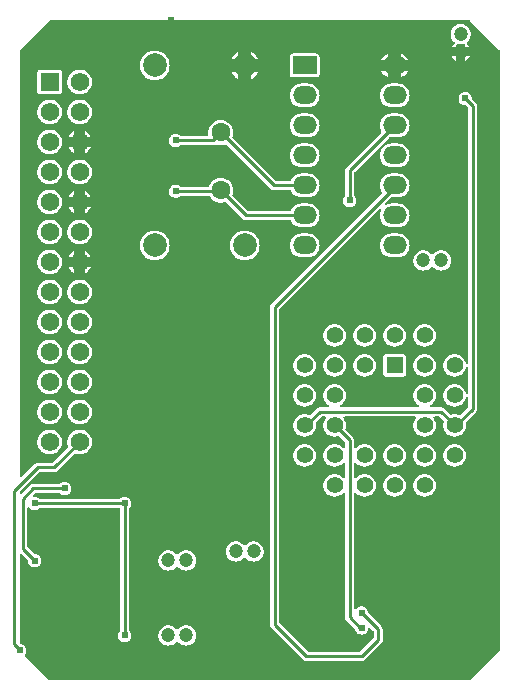
<source format=gbl>
G04 Layer: BottomLayer*
G04 EasyEDA v6.5.40, 2024-12-13 02:27:43*
G04 cafc711810e44acb902ef42d95588454,10*
G04 Gerber Generator version 0.2*
G04 Scale: 100 percent, Rotated: No, Reflected: No *
G04 Dimensions in inches *
G04 leading zeros omitted , absolute positions ,3 integer and 6 decimal *
%FSLAX36Y36*%
%MOIN*%

%ADD10C,0.0100*%
%ADD11C,0.0630*%
%ADD12C,0.0472*%
%ADD13O,0.07873999999999999X0.059054999999999996*%
%ADD14R,0.0787X0.0591*%
%ADD15C,0.0787*%
%ADD16R,0.0550X0.0550*%
%ADD17C,0.0550*%
%ADD18C,0.0620*%
%ADD19R,0.0620X0.0620*%
%ADD20C,0.0240*%
%ADD21C,0.0176*%

%LPD*%
G36*
X151660Y-2250000D02*
G01*
X150120Y-2249700D01*
X148820Y-2248820D01*
X68240Y-2168240D01*
X67440Y-2167100D01*
X67080Y-2165760D01*
X67200Y-2164380D01*
X67800Y-2163120D01*
X69220Y-2161100D01*
X70840Y-2157580D01*
X71840Y-2153860D01*
X72180Y-2150000D01*
X71840Y-2146140D01*
X70840Y-2142420D01*
X69220Y-2138900D01*
X67000Y-2135740D01*
X64260Y-2133000D01*
X61100Y-2130780D01*
X57580Y-2129160D01*
X52240Y-2127740D01*
X51060Y-2126860D01*
X50279Y-2125600D01*
X50000Y-2124160D01*
X50000Y-1831780D01*
X50300Y-1830240D01*
X51180Y-1828959D01*
X52460Y-1828080D01*
X54000Y-1827780D01*
X55540Y-1828080D01*
X56820Y-1828959D01*
X76720Y-1848839D01*
X77520Y-1849980D01*
X77880Y-1851320D01*
X78160Y-1854480D01*
X79160Y-1858220D01*
X80780Y-1861720D01*
X83000Y-1864900D01*
X85740Y-1867620D01*
X88900Y-1869840D01*
X92420Y-1871480D01*
X96140Y-1872480D01*
X100000Y-1872820D01*
X103859Y-1872480D01*
X107579Y-1871480D01*
X111100Y-1869840D01*
X114260Y-1867620D01*
X117000Y-1864900D01*
X119220Y-1861720D01*
X120840Y-1858220D01*
X121840Y-1854480D01*
X122180Y-1850640D01*
X121840Y-1846780D01*
X120840Y-1843040D01*
X119220Y-1839540D01*
X117000Y-1836360D01*
X114260Y-1833640D01*
X111100Y-1831420D01*
X107579Y-1829780D01*
X103859Y-1828779D01*
X100700Y-1828500D01*
X99360Y-1828140D01*
X98219Y-1827360D01*
X76380Y-1805500D01*
X75500Y-1804199D01*
X75200Y-1802680D01*
X75200Y-1675800D01*
X75560Y-1674160D01*
X76540Y-1672820D01*
X78000Y-1671980D01*
X79660Y-1671819D01*
X81260Y-1672360D01*
X82480Y-1673500D01*
X83000Y-1674259D01*
X85740Y-1677000D01*
X88900Y-1679220D01*
X92420Y-1680840D01*
X96140Y-1681840D01*
X100000Y-1682180D01*
X103859Y-1681840D01*
X107579Y-1680840D01*
X111100Y-1679220D01*
X114260Y-1677000D01*
X114880Y-1676380D01*
X116180Y-1675500D01*
X117720Y-1675200D01*
X380800Y-1675200D01*
X382340Y-1675500D01*
X383620Y-1676380D01*
X384500Y-1677660D01*
X384799Y-1679199D01*
X384799Y-2082280D01*
X384500Y-2083820D01*
X383620Y-2085120D01*
X383000Y-2085740D01*
X380780Y-2088899D01*
X379159Y-2092420D01*
X378160Y-2096140D01*
X377819Y-2100000D01*
X378160Y-2103860D01*
X379159Y-2107580D01*
X380780Y-2111100D01*
X383000Y-2114260D01*
X385740Y-2117000D01*
X388900Y-2119220D01*
X392420Y-2120840D01*
X396140Y-2121840D01*
X400000Y-2122180D01*
X403860Y-2121840D01*
X407580Y-2120840D01*
X411100Y-2119220D01*
X414260Y-2117000D01*
X417000Y-2114260D01*
X419219Y-2111100D01*
X420840Y-2107580D01*
X421840Y-2103860D01*
X422180Y-2100000D01*
X421840Y-2096140D01*
X420840Y-2092420D01*
X419219Y-2088899D01*
X417000Y-2085740D01*
X416380Y-2085120D01*
X415500Y-2083820D01*
X415200Y-2082280D01*
X415200Y-1677720D01*
X415500Y-1676180D01*
X416380Y-1674880D01*
X417000Y-1674259D01*
X419219Y-1671100D01*
X420840Y-1667580D01*
X421840Y-1663860D01*
X422180Y-1660000D01*
X421840Y-1656140D01*
X420840Y-1652420D01*
X419219Y-1648899D01*
X417000Y-1645740D01*
X414260Y-1643000D01*
X411100Y-1640780D01*
X407580Y-1639160D01*
X403860Y-1638160D01*
X400000Y-1637820D01*
X396140Y-1638160D01*
X392420Y-1639160D01*
X388900Y-1640780D01*
X385740Y-1643000D01*
X385120Y-1643620D01*
X383820Y-1644500D01*
X382280Y-1644800D01*
X117720Y-1644800D01*
X116180Y-1644500D01*
X114880Y-1643620D01*
X114260Y-1643000D01*
X111100Y-1640780D01*
X107579Y-1639160D01*
X103859Y-1638160D01*
X100000Y-1637820D01*
X98539Y-1637940D01*
X96940Y-1637760D01*
X95540Y-1636940D01*
X94560Y-1635640D01*
X94200Y-1634079D01*
X94480Y-1632480D01*
X95360Y-1631120D01*
X100120Y-1626380D01*
X101420Y-1625500D01*
X102960Y-1625200D01*
X182280Y-1625200D01*
X183820Y-1625500D01*
X185120Y-1626380D01*
X185740Y-1627000D01*
X188900Y-1629220D01*
X192420Y-1630840D01*
X196140Y-1631840D01*
X200000Y-1632180D01*
X203860Y-1631840D01*
X207580Y-1630840D01*
X211100Y-1629220D01*
X214259Y-1627000D01*
X217000Y-1624259D01*
X219220Y-1621100D01*
X220840Y-1617580D01*
X221840Y-1613860D01*
X222180Y-1610000D01*
X221840Y-1606140D01*
X220840Y-1602420D01*
X219220Y-1598899D01*
X217000Y-1595740D01*
X214259Y-1593000D01*
X211100Y-1590780D01*
X207580Y-1589160D01*
X203860Y-1588160D01*
X200000Y-1587820D01*
X196140Y-1588160D01*
X192420Y-1589160D01*
X188900Y-1590780D01*
X185740Y-1593000D01*
X185120Y-1593620D01*
X183820Y-1594500D01*
X182280Y-1594800D01*
X95200Y-1594800D01*
X92040Y-1595120D01*
X89200Y-1595980D01*
X86560Y-1597380D01*
X84120Y-1599400D01*
X56820Y-1626680D01*
X55540Y-1627540D01*
X54000Y-1627840D01*
X52460Y-1627540D01*
X51180Y-1626680D01*
X50300Y-1625380D01*
X50000Y-1623839D01*
X50000Y-1623160D01*
X50300Y-1621620D01*
X51180Y-1620320D01*
X115120Y-1556380D01*
X116420Y-1555500D01*
X117960Y-1555200D01*
X164800Y-1555200D01*
X167960Y-1554880D01*
X170799Y-1554019D01*
X173440Y-1552620D01*
X175880Y-1550600D01*
X231880Y-1494620D01*
X233100Y-1493779D01*
X234540Y-1493440D01*
X236000Y-1493660D01*
X239340Y-1494780D01*
X244620Y-1495840D01*
X250000Y-1496200D01*
X255380Y-1495840D01*
X260660Y-1494780D01*
X265760Y-1493060D01*
X270600Y-1490680D01*
X275080Y-1487680D01*
X279120Y-1484120D01*
X282680Y-1480080D01*
X285680Y-1475600D01*
X288060Y-1470760D01*
X289780Y-1465660D01*
X290840Y-1460380D01*
X291200Y-1455000D01*
X290840Y-1449620D01*
X289780Y-1444340D01*
X288060Y-1439240D01*
X285680Y-1434400D01*
X282680Y-1429920D01*
X279120Y-1425880D01*
X275080Y-1422320D01*
X270600Y-1419319D01*
X265760Y-1416940D01*
X260660Y-1415220D01*
X255380Y-1414160D01*
X250000Y-1413800D01*
X244620Y-1414160D01*
X239340Y-1415220D01*
X234240Y-1416940D01*
X229400Y-1419319D01*
X224920Y-1422320D01*
X220880Y-1425880D01*
X217320Y-1429920D01*
X214320Y-1434400D01*
X211940Y-1439240D01*
X210219Y-1444340D01*
X209160Y-1449620D01*
X208800Y-1455000D01*
X209160Y-1460380D01*
X210219Y-1465660D01*
X211340Y-1469000D01*
X211560Y-1470460D01*
X211220Y-1471900D01*
X210380Y-1473120D01*
X159880Y-1523620D01*
X158580Y-1524500D01*
X157040Y-1524800D01*
X110200Y-1524800D01*
X107040Y-1525120D01*
X104200Y-1525980D01*
X101560Y-1527380D01*
X99120Y-1529400D01*
X56820Y-1571680D01*
X55540Y-1572540D01*
X54000Y-1572840D01*
X52460Y-1572540D01*
X51180Y-1571680D01*
X50300Y-1570380D01*
X50000Y-1568839D01*
X50000Y-151660D01*
X50300Y-150120D01*
X51180Y-148820D01*
X148820Y-51180D01*
X150120Y-50300D01*
X151660Y-50000D01*
X1548340Y-50000D01*
X1549880Y-50300D01*
X1551180Y-51180D01*
X1648820Y-148820D01*
X1649700Y-150120D01*
X1650000Y-151660D01*
X1650000Y-2148340D01*
X1649700Y-2149880D01*
X1648820Y-2151180D01*
X1551180Y-2248820D01*
X1549880Y-2249700D01*
X1548340Y-2250000D01*
G37*

%LPC*%
G36*
X1005200Y-2185200D02*
G01*
X1189800Y-2185200D01*
X1192960Y-2184880D01*
X1195800Y-2184020D01*
X1198440Y-2182620D01*
X1200880Y-2180600D01*
X1255600Y-2125880D01*
X1257620Y-2123440D01*
X1259020Y-2120800D01*
X1259880Y-2117960D01*
X1260200Y-2114800D01*
X1260200Y-2080200D01*
X1259880Y-2077040D01*
X1259020Y-2074199D01*
X1257620Y-2071560D01*
X1255600Y-2069120D01*
X1213280Y-2026780D01*
X1212480Y-2025640D01*
X1212120Y-2024300D01*
X1211840Y-2021140D01*
X1210840Y-2017420D01*
X1209220Y-2013899D01*
X1207000Y-2010740D01*
X1204260Y-2008000D01*
X1201100Y-2005780D01*
X1197580Y-2004160D01*
X1193860Y-2003160D01*
X1190000Y-2002820D01*
X1186140Y-2003160D01*
X1182420Y-2004160D01*
X1178900Y-2005780D01*
X1175740Y-2008000D01*
X1173000Y-2010740D01*
X1172480Y-2011500D01*
X1171260Y-2012640D01*
X1169660Y-2013180D01*
X1168000Y-2013020D01*
X1166540Y-2012180D01*
X1165560Y-2010840D01*
X1165200Y-2009199D01*
X1165200Y-1627980D01*
X1165520Y-1626420D01*
X1166400Y-1625120D01*
X1167740Y-1624259D01*
X1169300Y-1623980D01*
X1170840Y-1624319D01*
X1172120Y-1625240D01*
X1174280Y-1627540D01*
X1178260Y-1630800D01*
X1182660Y-1633460D01*
X1187380Y-1635520D01*
X1192340Y-1636900D01*
X1197420Y-1637600D01*
X1202580Y-1637600D01*
X1207660Y-1636900D01*
X1212620Y-1635520D01*
X1217340Y-1633460D01*
X1221740Y-1630800D01*
X1225720Y-1627540D01*
X1229240Y-1623779D01*
X1232200Y-1619580D01*
X1234580Y-1615020D01*
X1236300Y-1610160D01*
X1237340Y-1605140D01*
X1237700Y-1600000D01*
X1237340Y-1594860D01*
X1236300Y-1589840D01*
X1234580Y-1584980D01*
X1232200Y-1580420D01*
X1229240Y-1576220D01*
X1225720Y-1572460D01*
X1221740Y-1569199D01*
X1217340Y-1566540D01*
X1212620Y-1564480D01*
X1207660Y-1563100D01*
X1202580Y-1562400D01*
X1197420Y-1562400D01*
X1192340Y-1563100D01*
X1187380Y-1564480D01*
X1182660Y-1566540D01*
X1178260Y-1569199D01*
X1174280Y-1572460D01*
X1172120Y-1574760D01*
X1170840Y-1575680D01*
X1169300Y-1576020D01*
X1167740Y-1575740D01*
X1166400Y-1574880D01*
X1165520Y-1573580D01*
X1165200Y-1572020D01*
X1165200Y-1527980D01*
X1165520Y-1526420D01*
X1166400Y-1525120D01*
X1167740Y-1524259D01*
X1169300Y-1523980D01*
X1170840Y-1524319D01*
X1172120Y-1525240D01*
X1174280Y-1527540D01*
X1178260Y-1530800D01*
X1182660Y-1533460D01*
X1187380Y-1535520D01*
X1192340Y-1536900D01*
X1197420Y-1537600D01*
X1202580Y-1537600D01*
X1207660Y-1536900D01*
X1212620Y-1535520D01*
X1217340Y-1533460D01*
X1221740Y-1530800D01*
X1225720Y-1527540D01*
X1229240Y-1523779D01*
X1232200Y-1519580D01*
X1234580Y-1515020D01*
X1236300Y-1510160D01*
X1237340Y-1505140D01*
X1237700Y-1500000D01*
X1237340Y-1494860D01*
X1236300Y-1489840D01*
X1234580Y-1484980D01*
X1232200Y-1480420D01*
X1229240Y-1476220D01*
X1225720Y-1472460D01*
X1221740Y-1469199D01*
X1217340Y-1466540D01*
X1212620Y-1464480D01*
X1207660Y-1463100D01*
X1202580Y-1462400D01*
X1197420Y-1462400D01*
X1192340Y-1463100D01*
X1187380Y-1464480D01*
X1182660Y-1466540D01*
X1178260Y-1469199D01*
X1174280Y-1472460D01*
X1172120Y-1474760D01*
X1170840Y-1475680D01*
X1169300Y-1476020D01*
X1167740Y-1475740D01*
X1166400Y-1474880D01*
X1165520Y-1473580D01*
X1165200Y-1472020D01*
X1165200Y-1450200D01*
X1164880Y-1447040D01*
X1164020Y-1444199D01*
X1162620Y-1441560D01*
X1160600Y-1439120D01*
X1136860Y-1415380D01*
X1136020Y-1414139D01*
X1135700Y-1412680D01*
X1135920Y-1411200D01*
X1136300Y-1410160D01*
X1137340Y-1405140D01*
X1137700Y-1400000D01*
X1137340Y-1394860D01*
X1136300Y-1389840D01*
X1134580Y-1384980D01*
X1132200Y-1380420D01*
X1129440Y-1376500D01*
X1128780Y-1374900D01*
X1128840Y-1373180D01*
X1129640Y-1371639D01*
X1131020Y-1370580D01*
X1132720Y-1370200D01*
X1367280Y-1370200D01*
X1368980Y-1370580D01*
X1370360Y-1371639D01*
X1371160Y-1373180D01*
X1371220Y-1374900D01*
X1370560Y-1376500D01*
X1367800Y-1380420D01*
X1365420Y-1384980D01*
X1363700Y-1389840D01*
X1362660Y-1394860D01*
X1362300Y-1400000D01*
X1362660Y-1405140D01*
X1363700Y-1410160D01*
X1365420Y-1415020D01*
X1367800Y-1419580D01*
X1370760Y-1423779D01*
X1374280Y-1427540D01*
X1378260Y-1430800D01*
X1382660Y-1433460D01*
X1387380Y-1435520D01*
X1392340Y-1436900D01*
X1397420Y-1437600D01*
X1402580Y-1437600D01*
X1407660Y-1436900D01*
X1412620Y-1435520D01*
X1417340Y-1433460D01*
X1421740Y-1430800D01*
X1425720Y-1427540D01*
X1429240Y-1423779D01*
X1432200Y-1419580D01*
X1434580Y-1415020D01*
X1436300Y-1410160D01*
X1437340Y-1405140D01*
X1437700Y-1400000D01*
X1437340Y-1394860D01*
X1436300Y-1389840D01*
X1434580Y-1384980D01*
X1432200Y-1380420D01*
X1429440Y-1376500D01*
X1428779Y-1374900D01*
X1428839Y-1373180D01*
X1429640Y-1371639D01*
X1431020Y-1370580D01*
X1432720Y-1370200D01*
X1447040Y-1370200D01*
X1448580Y-1370500D01*
X1449880Y-1371380D01*
X1463140Y-1384620D01*
X1463980Y-1385860D01*
X1464300Y-1387320D01*
X1464079Y-1388800D01*
X1463700Y-1389840D01*
X1462660Y-1394860D01*
X1462300Y-1400000D01*
X1462660Y-1405140D01*
X1463700Y-1410160D01*
X1465420Y-1415020D01*
X1467800Y-1419580D01*
X1470760Y-1423779D01*
X1474280Y-1427540D01*
X1478260Y-1430800D01*
X1482660Y-1433460D01*
X1487380Y-1435520D01*
X1492340Y-1436900D01*
X1497420Y-1437600D01*
X1502580Y-1437600D01*
X1507660Y-1436900D01*
X1512620Y-1435520D01*
X1517340Y-1433460D01*
X1521740Y-1430800D01*
X1525720Y-1427540D01*
X1529240Y-1423779D01*
X1532200Y-1419580D01*
X1534580Y-1415020D01*
X1536300Y-1410160D01*
X1537340Y-1405140D01*
X1537700Y-1400000D01*
X1537340Y-1394860D01*
X1536800Y-1392260D01*
X1536740Y-1390940D01*
X1537120Y-1389680D01*
X1537880Y-1388620D01*
X1570600Y-1355880D01*
X1572620Y-1353440D01*
X1574019Y-1350800D01*
X1574880Y-1347960D01*
X1575200Y-1344800D01*
X1575200Y-335200D01*
X1574880Y-332040D01*
X1574019Y-329200D01*
X1572620Y-326560D01*
X1570600Y-324120D01*
X1558280Y-311780D01*
X1557480Y-310640D01*
X1557120Y-309300D01*
X1556840Y-306140D01*
X1555840Y-302420D01*
X1554220Y-298900D01*
X1552000Y-295740D01*
X1549259Y-293000D01*
X1546100Y-290780D01*
X1542580Y-289160D01*
X1538860Y-288160D01*
X1535000Y-287820D01*
X1531140Y-288160D01*
X1527420Y-289160D01*
X1523899Y-290780D01*
X1520740Y-293000D01*
X1518000Y-295740D01*
X1515780Y-298900D01*
X1514160Y-302420D01*
X1513160Y-306140D01*
X1512820Y-310000D01*
X1513160Y-313860D01*
X1514160Y-317580D01*
X1515780Y-321100D01*
X1518000Y-324260D01*
X1520740Y-327000D01*
X1523899Y-329219D01*
X1527420Y-330840D01*
X1531140Y-331840D01*
X1534300Y-332120D01*
X1535640Y-332480D01*
X1536780Y-333280D01*
X1543620Y-340120D01*
X1544500Y-341420D01*
X1544800Y-342960D01*
X1544800Y-1191860D01*
X1544460Y-1193480D01*
X1543480Y-1194840D01*
X1542020Y-1195660D01*
X1540380Y-1195840D01*
X1538779Y-1195320D01*
X1537560Y-1194200D01*
X1536879Y-1192680D01*
X1536300Y-1189840D01*
X1534580Y-1184980D01*
X1532200Y-1180420D01*
X1529240Y-1176220D01*
X1525720Y-1172460D01*
X1521740Y-1169200D01*
X1517340Y-1166540D01*
X1512620Y-1164480D01*
X1507660Y-1163100D01*
X1502580Y-1162400D01*
X1497420Y-1162400D01*
X1492340Y-1163100D01*
X1487380Y-1164480D01*
X1482660Y-1166540D01*
X1478260Y-1169200D01*
X1474280Y-1172460D01*
X1470760Y-1176220D01*
X1467800Y-1180420D01*
X1465420Y-1184980D01*
X1463700Y-1189840D01*
X1462660Y-1194860D01*
X1462300Y-1200000D01*
X1462660Y-1205140D01*
X1463700Y-1210160D01*
X1465420Y-1215020D01*
X1467800Y-1219580D01*
X1470760Y-1223780D01*
X1474280Y-1227540D01*
X1478260Y-1230800D01*
X1482660Y-1233460D01*
X1487380Y-1235520D01*
X1492340Y-1236900D01*
X1497420Y-1237600D01*
X1502580Y-1237600D01*
X1507660Y-1236900D01*
X1512620Y-1235520D01*
X1517340Y-1233460D01*
X1521740Y-1230800D01*
X1525720Y-1227540D01*
X1529240Y-1223780D01*
X1532200Y-1219580D01*
X1534580Y-1215020D01*
X1536300Y-1210160D01*
X1536879Y-1207320D01*
X1537560Y-1205800D01*
X1538779Y-1204680D01*
X1540380Y-1204160D01*
X1542020Y-1204340D01*
X1543480Y-1205160D01*
X1544460Y-1206520D01*
X1544800Y-1208140D01*
X1544800Y-1291860D01*
X1544460Y-1293480D01*
X1543480Y-1294840D01*
X1542020Y-1295660D01*
X1540380Y-1295840D01*
X1538779Y-1295320D01*
X1537560Y-1294199D01*
X1536879Y-1292680D01*
X1536300Y-1289840D01*
X1534580Y-1284980D01*
X1532200Y-1280420D01*
X1529240Y-1276220D01*
X1525720Y-1272460D01*
X1521740Y-1269200D01*
X1517340Y-1266540D01*
X1512620Y-1264480D01*
X1507660Y-1263100D01*
X1502580Y-1262400D01*
X1497420Y-1262400D01*
X1492340Y-1263100D01*
X1487380Y-1264480D01*
X1482660Y-1266540D01*
X1478260Y-1269200D01*
X1474280Y-1272460D01*
X1470760Y-1276220D01*
X1467800Y-1280420D01*
X1465420Y-1284980D01*
X1463700Y-1289840D01*
X1462660Y-1294860D01*
X1462300Y-1300000D01*
X1462660Y-1305140D01*
X1463700Y-1310160D01*
X1465420Y-1315020D01*
X1467800Y-1319580D01*
X1470760Y-1323779D01*
X1474280Y-1327540D01*
X1478260Y-1330800D01*
X1482660Y-1333460D01*
X1487380Y-1335520D01*
X1492340Y-1336900D01*
X1497420Y-1337600D01*
X1502580Y-1337600D01*
X1507660Y-1336900D01*
X1512620Y-1335520D01*
X1517340Y-1333460D01*
X1521740Y-1330800D01*
X1525720Y-1327540D01*
X1529240Y-1323779D01*
X1532200Y-1319580D01*
X1534580Y-1315020D01*
X1536300Y-1310160D01*
X1536879Y-1307320D01*
X1537560Y-1305800D01*
X1538779Y-1304680D01*
X1540380Y-1304160D01*
X1542020Y-1304340D01*
X1543480Y-1305160D01*
X1544460Y-1306519D01*
X1544800Y-1308140D01*
X1544800Y-1337040D01*
X1544500Y-1338580D01*
X1543620Y-1339880D01*
X1519000Y-1364500D01*
X1517680Y-1365380D01*
X1516140Y-1365660D01*
X1514580Y-1365340D01*
X1512620Y-1364480D01*
X1507660Y-1363100D01*
X1502580Y-1362400D01*
X1497420Y-1362400D01*
X1492340Y-1363100D01*
X1488540Y-1364160D01*
X1487140Y-1364300D01*
X1485780Y-1363940D01*
X1484640Y-1363140D01*
X1465880Y-1344400D01*
X1463440Y-1342380D01*
X1460800Y-1340980D01*
X1457960Y-1340120D01*
X1454800Y-1339800D01*
X1421200Y-1339800D01*
X1419520Y-1339440D01*
X1418160Y-1338400D01*
X1417340Y-1336879D01*
X1417240Y-1335160D01*
X1417880Y-1333560D01*
X1419120Y-1332380D01*
X1421740Y-1330800D01*
X1425720Y-1327540D01*
X1429240Y-1323779D01*
X1432200Y-1319580D01*
X1434580Y-1315020D01*
X1436300Y-1310160D01*
X1437340Y-1305140D01*
X1437700Y-1300000D01*
X1437340Y-1294860D01*
X1436300Y-1289840D01*
X1434580Y-1284980D01*
X1432200Y-1280420D01*
X1429240Y-1276220D01*
X1425720Y-1272460D01*
X1421740Y-1269200D01*
X1417340Y-1266540D01*
X1412620Y-1264480D01*
X1407660Y-1263100D01*
X1402580Y-1262400D01*
X1397420Y-1262400D01*
X1392340Y-1263100D01*
X1387380Y-1264480D01*
X1382660Y-1266540D01*
X1378260Y-1269200D01*
X1374280Y-1272460D01*
X1370760Y-1276220D01*
X1367800Y-1280420D01*
X1365420Y-1284980D01*
X1363700Y-1289840D01*
X1362660Y-1294860D01*
X1362300Y-1300000D01*
X1362660Y-1305140D01*
X1363700Y-1310160D01*
X1365420Y-1315020D01*
X1367800Y-1319580D01*
X1370760Y-1323779D01*
X1374280Y-1327540D01*
X1378260Y-1330800D01*
X1380880Y-1332380D01*
X1382120Y-1333560D01*
X1382760Y-1335160D01*
X1382660Y-1336879D01*
X1381840Y-1338400D01*
X1380480Y-1339440D01*
X1378800Y-1339800D01*
X1121200Y-1339800D01*
X1119520Y-1339440D01*
X1118160Y-1338400D01*
X1117340Y-1336879D01*
X1117240Y-1335160D01*
X1117880Y-1333560D01*
X1119120Y-1332380D01*
X1121740Y-1330800D01*
X1125720Y-1327540D01*
X1129240Y-1323779D01*
X1132200Y-1319580D01*
X1134580Y-1315020D01*
X1136300Y-1310160D01*
X1137340Y-1305140D01*
X1137700Y-1300000D01*
X1137340Y-1294860D01*
X1136300Y-1289840D01*
X1134580Y-1284980D01*
X1132200Y-1280420D01*
X1129240Y-1276220D01*
X1125720Y-1272460D01*
X1121740Y-1269200D01*
X1117340Y-1266540D01*
X1112620Y-1264480D01*
X1107660Y-1263100D01*
X1102580Y-1262400D01*
X1097420Y-1262400D01*
X1092340Y-1263100D01*
X1087380Y-1264480D01*
X1082660Y-1266540D01*
X1078260Y-1269200D01*
X1074280Y-1272460D01*
X1070760Y-1276220D01*
X1067800Y-1280420D01*
X1065420Y-1284980D01*
X1063700Y-1289840D01*
X1062660Y-1294860D01*
X1062300Y-1300000D01*
X1062660Y-1305140D01*
X1063700Y-1310160D01*
X1065420Y-1315020D01*
X1067800Y-1319580D01*
X1070760Y-1323779D01*
X1074280Y-1327540D01*
X1078260Y-1330800D01*
X1080880Y-1332380D01*
X1082120Y-1333560D01*
X1082760Y-1335160D01*
X1082660Y-1336879D01*
X1081840Y-1338400D01*
X1080480Y-1339440D01*
X1078800Y-1339800D01*
X1050200Y-1339800D01*
X1047039Y-1340120D01*
X1044200Y-1340980D01*
X1041560Y-1342380D01*
X1039120Y-1344400D01*
X1019000Y-1364500D01*
X1017680Y-1365380D01*
X1016140Y-1365660D01*
X1014580Y-1365340D01*
X1012620Y-1364480D01*
X1007660Y-1363100D01*
X1002580Y-1362400D01*
X997420Y-1362400D01*
X992340Y-1363100D01*
X987380Y-1364480D01*
X982660Y-1366540D01*
X978259Y-1369199D01*
X974280Y-1372460D01*
X970759Y-1376220D01*
X967800Y-1380420D01*
X965420Y-1384980D01*
X963700Y-1389840D01*
X962660Y-1394860D01*
X962300Y-1400000D01*
X962660Y-1405140D01*
X963700Y-1410160D01*
X965420Y-1415020D01*
X967800Y-1419580D01*
X970759Y-1423779D01*
X974280Y-1427540D01*
X978259Y-1430800D01*
X982660Y-1433460D01*
X987380Y-1435520D01*
X992340Y-1436900D01*
X997420Y-1437600D01*
X1002580Y-1437600D01*
X1007660Y-1436900D01*
X1012620Y-1435520D01*
X1017340Y-1433460D01*
X1021740Y-1430800D01*
X1025720Y-1427540D01*
X1029240Y-1423779D01*
X1032200Y-1419580D01*
X1034580Y-1415020D01*
X1036300Y-1410160D01*
X1037340Y-1405140D01*
X1037700Y-1400000D01*
X1037340Y-1394860D01*
X1036800Y-1392260D01*
X1036740Y-1390940D01*
X1037120Y-1389680D01*
X1037880Y-1388620D01*
X1055120Y-1371380D01*
X1056420Y-1370500D01*
X1057960Y-1370200D01*
X1067280Y-1370200D01*
X1068980Y-1370580D01*
X1070360Y-1371639D01*
X1071160Y-1373180D01*
X1071220Y-1374900D01*
X1070560Y-1376500D01*
X1067800Y-1380420D01*
X1065420Y-1384980D01*
X1063700Y-1389840D01*
X1062660Y-1394860D01*
X1062300Y-1400000D01*
X1062660Y-1405140D01*
X1063700Y-1410160D01*
X1065420Y-1415020D01*
X1067800Y-1419580D01*
X1070760Y-1423779D01*
X1074280Y-1427540D01*
X1078260Y-1430800D01*
X1082660Y-1433460D01*
X1087380Y-1435520D01*
X1092340Y-1436900D01*
X1097420Y-1437600D01*
X1102580Y-1437600D01*
X1107660Y-1436900D01*
X1111460Y-1435840D01*
X1112860Y-1435700D01*
X1114220Y-1436060D01*
X1115360Y-1436860D01*
X1133620Y-1455120D01*
X1134500Y-1456420D01*
X1134800Y-1457960D01*
X1134800Y-1472020D01*
X1134480Y-1473580D01*
X1133600Y-1474880D01*
X1132260Y-1475740D01*
X1130700Y-1476020D01*
X1129160Y-1475680D01*
X1127880Y-1474760D01*
X1125720Y-1472460D01*
X1121740Y-1469199D01*
X1117340Y-1466540D01*
X1112620Y-1464480D01*
X1107660Y-1463100D01*
X1102580Y-1462400D01*
X1097420Y-1462400D01*
X1092340Y-1463100D01*
X1087380Y-1464480D01*
X1082660Y-1466540D01*
X1078260Y-1469199D01*
X1074280Y-1472460D01*
X1070760Y-1476220D01*
X1067800Y-1480420D01*
X1065420Y-1484980D01*
X1063700Y-1489840D01*
X1062660Y-1494860D01*
X1062300Y-1500000D01*
X1062660Y-1505140D01*
X1063700Y-1510160D01*
X1065420Y-1515020D01*
X1067800Y-1519580D01*
X1070760Y-1523779D01*
X1074280Y-1527540D01*
X1078260Y-1530800D01*
X1082660Y-1533460D01*
X1087380Y-1535520D01*
X1092340Y-1536900D01*
X1097420Y-1537600D01*
X1102580Y-1537600D01*
X1107660Y-1536900D01*
X1112620Y-1535520D01*
X1117340Y-1533460D01*
X1121740Y-1530800D01*
X1125720Y-1527540D01*
X1127880Y-1525240D01*
X1129160Y-1524319D01*
X1130700Y-1523980D01*
X1132260Y-1524259D01*
X1133600Y-1525120D01*
X1134480Y-1526420D01*
X1134800Y-1527980D01*
X1134800Y-1572020D01*
X1134480Y-1573580D01*
X1133600Y-1574880D01*
X1132260Y-1575740D01*
X1130700Y-1576020D01*
X1129160Y-1575680D01*
X1127880Y-1574760D01*
X1125720Y-1572460D01*
X1121740Y-1569199D01*
X1117340Y-1566540D01*
X1112620Y-1564480D01*
X1107660Y-1563100D01*
X1102580Y-1562400D01*
X1097420Y-1562400D01*
X1092340Y-1563100D01*
X1087380Y-1564480D01*
X1082660Y-1566540D01*
X1078260Y-1569199D01*
X1074280Y-1572460D01*
X1070760Y-1576220D01*
X1067800Y-1580420D01*
X1065420Y-1584980D01*
X1063700Y-1589840D01*
X1062660Y-1594860D01*
X1062300Y-1600000D01*
X1062660Y-1605140D01*
X1063700Y-1610160D01*
X1065420Y-1615020D01*
X1067800Y-1619580D01*
X1070760Y-1623779D01*
X1074280Y-1627540D01*
X1078260Y-1630800D01*
X1082660Y-1633460D01*
X1087380Y-1635520D01*
X1092340Y-1636900D01*
X1097420Y-1637600D01*
X1102580Y-1637600D01*
X1107660Y-1636900D01*
X1112620Y-1635520D01*
X1117340Y-1633460D01*
X1121740Y-1630800D01*
X1125720Y-1627540D01*
X1127880Y-1625240D01*
X1129160Y-1624319D01*
X1130700Y-1623980D01*
X1132260Y-1624259D01*
X1133600Y-1625120D01*
X1134480Y-1626420D01*
X1134800Y-1627980D01*
X1134800Y-2039800D01*
X1135120Y-2042960D01*
X1135980Y-2045800D01*
X1137380Y-2048440D01*
X1139400Y-2050880D01*
X1167680Y-2079180D01*
X1168320Y-2080020D01*
X1168720Y-2080980D01*
X1169160Y-2082580D01*
X1170780Y-2086100D01*
X1173000Y-2089259D01*
X1175740Y-2092000D01*
X1178900Y-2094220D01*
X1182420Y-2095840D01*
X1186140Y-2096840D01*
X1190000Y-2097180D01*
X1193860Y-2096840D01*
X1197580Y-2095840D01*
X1201100Y-2094220D01*
X1204260Y-2092000D01*
X1207000Y-2089259D01*
X1209220Y-2086100D01*
X1210840Y-2082580D01*
X1211840Y-2078860D01*
X1211940Y-2077740D01*
X1212360Y-2076279D01*
X1213280Y-2075100D01*
X1214560Y-2074319D01*
X1216040Y-2074079D01*
X1217520Y-2074420D01*
X1218760Y-2075260D01*
X1228620Y-2085120D01*
X1229500Y-2086420D01*
X1229800Y-2087960D01*
X1229800Y-2107040D01*
X1229500Y-2108580D01*
X1228620Y-2109880D01*
X1184880Y-2153620D01*
X1183580Y-2154500D01*
X1182040Y-2154800D01*
X1012960Y-2154800D01*
X1011420Y-2154500D01*
X1010120Y-2153620D01*
X916380Y-2059880D01*
X915500Y-2058580D01*
X915200Y-2057040D01*
X915200Y-1012960D01*
X915500Y-1011420D01*
X916380Y-1010120D01*
X1247780Y-678720D01*
X1249120Y-677840D01*
X1250680Y-677540D01*
X1252240Y-677900D01*
X1253540Y-678820D01*
X1254360Y-680180D01*
X1254600Y-681780D01*
X1254200Y-683319D01*
X1253460Y-684800D01*
X1251800Y-689720D01*
X1250780Y-694820D01*
X1250440Y-700000D01*
X1250780Y-705180D01*
X1251800Y-710280D01*
X1253460Y-715200D01*
X1255760Y-719860D01*
X1258640Y-724180D01*
X1262080Y-728080D01*
X1265980Y-731520D01*
X1270300Y-734400D01*
X1274960Y-736700D01*
X1279880Y-738360D01*
X1284980Y-739380D01*
X1290280Y-739720D01*
X1309720Y-739720D01*
X1315020Y-739380D01*
X1320120Y-738360D01*
X1325040Y-736700D01*
X1329700Y-734400D01*
X1334019Y-731520D01*
X1337920Y-728080D01*
X1341360Y-724180D01*
X1344240Y-719860D01*
X1346540Y-715200D01*
X1348200Y-710280D01*
X1349220Y-705180D01*
X1349560Y-700000D01*
X1349220Y-694820D01*
X1348200Y-689720D01*
X1346540Y-684800D01*
X1344240Y-680140D01*
X1341360Y-675819D01*
X1337920Y-671919D01*
X1334019Y-668480D01*
X1329700Y-665600D01*
X1325040Y-663300D01*
X1320120Y-661640D01*
X1315020Y-660620D01*
X1309720Y-660280D01*
X1290280Y-660280D01*
X1284980Y-660620D01*
X1279880Y-661640D01*
X1274960Y-663300D01*
X1273480Y-664040D01*
X1271920Y-664440D01*
X1270340Y-664220D01*
X1268980Y-663379D01*
X1268060Y-662080D01*
X1267700Y-660520D01*
X1268000Y-658960D01*
X1268880Y-657620D01*
X1285700Y-640800D01*
X1287120Y-639880D01*
X1288800Y-639620D01*
X1290280Y-639720D01*
X1309720Y-639720D01*
X1315020Y-639380D01*
X1320120Y-638360D01*
X1325040Y-636700D01*
X1329700Y-634400D01*
X1334019Y-631520D01*
X1337920Y-628080D01*
X1341360Y-624180D01*
X1344240Y-619860D01*
X1346540Y-615200D01*
X1348200Y-610280D01*
X1349220Y-605180D01*
X1349560Y-600000D01*
X1349220Y-594820D01*
X1348200Y-589720D01*
X1346540Y-584800D01*
X1344240Y-580140D01*
X1341360Y-575820D01*
X1337920Y-571920D01*
X1334019Y-568480D01*
X1329700Y-565600D01*
X1325040Y-563300D01*
X1320120Y-561640D01*
X1315020Y-560620D01*
X1309720Y-560280D01*
X1290280Y-560280D01*
X1284980Y-560620D01*
X1279880Y-561640D01*
X1274960Y-563300D01*
X1270300Y-565600D01*
X1265980Y-568480D01*
X1262080Y-571920D01*
X1258640Y-575820D01*
X1255760Y-580140D01*
X1253460Y-584800D01*
X1251800Y-589720D01*
X1250780Y-594820D01*
X1250440Y-600000D01*
X1250780Y-605180D01*
X1251800Y-610280D01*
X1253460Y-615200D01*
X1255760Y-619860D01*
X1257100Y-621860D01*
X1257640Y-623100D01*
X1257740Y-624480D01*
X1257380Y-625780D01*
X1256600Y-626900D01*
X889400Y-994120D01*
X887380Y-996560D01*
X885980Y-999200D01*
X885120Y-1002039D01*
X884800Y-1005200D01*
X884800Y-2064800D01*
X885120Y-2067960D01*
X885980Y-2070800D01*
X887380Y-2073440D01*
X889400Y-2075880D01*
X994120Y-2180600D01*
X996560Y-2182620D01*
X999200Y-2184020D01*
X1002039Y-2184880D01*
G37*
G36*
X545480Y-2133820D02*
G01*
X550280Y-2133460D01*
X555000Y-2132440D01*
X559520Y-2130760D01*
X563760Y-2128440D01*
X567620Y-2125560D01*
X571020Y-2122140D01*
X571800Y-2121100D01*
X572880Y-2120120D01*
X574260Y-2119580D01*
X575740Y-2119580D01*
X577120Y-2120120D01*
X578200Y-2121100D01*
X578980Y-2122140D01*
X582380Y-2125560D01*
X586240Y-2128440D01*
X590480Y-2130760D01*
X595000Y-2132440D01*
X599720Y-2133460D01*
X604520Y-2133820D01*
X609340Y-2133460D01*
X614060Y-2132440D01*
X618580Y-2130760D01*
X622800Y-2128440D01*
X626680Y-2125560D01*
X630080Y-2122140D01*
X632980Y-2118280D01*
X635280Y-2114040D01*
X636980Y-2109520D01*
X638000Y-2104820D01*
X638340Y-2100000D01*
X638000Y-2095180D01*
X636980Y-2090480D01*
X635280Y-2085960D01*
X632980Y-2081720D01*
X630080Y-2077860D01*
X626680Y-2074440D01*
X622800Y-2071560D01*
X618580Y-2069240D01*
X614060Y-2067560D01*
X609340Y-2066540D01*
X604520Y-2066180D01*
X599720Y-2066540D01*
X595000Y-2067560D01*
X590480Y-2069240D01*
X586240Y-2071560D01*
X582380Y-2074440D01*
X578980Y-2077860D01*
X578200Y-2078899D01*
X577120Y-2079880D01*
X575740Y-2080420D01*
X574260Y-2080420D01*
X572880Y-2079880D01*
X571800Y-2078899D01*
X571020Y-2077860D01*
X567620Y-2074440D01*
X563760Y-2071560D01*
X559520Y-2069240D01*
X555000Y-2067560D01*
X550280Y-2066540D01*
X545480Y-2066180D01*
X540660Y-2066540D01*
X535940Y-2067560D01*
X531420Y-2069240D01*
X527200Y-2071560D01*
X523340Y-2074440D01*
X519920Y-2077860D01*
X517020Y-2081720D01*
X514720Y-2085960D01*
X513020Y-2090480D01*
X512000Y-2095180D01*
X511659Y-2100000D01*
X512000Y-2104820D01*
X513020Y-2109520D01*
X514720Y-2114040D01*
X517020Y-2118280D01*
X519920Y-2122140D01*
X523340Y-2125560D01*
X527200Y-2128440D01*
X531420Y-2130760D01*
X535940Y-2132440D01*
X540660Y-2133460D01*
G37*
G36*
X545480Y-1883820D02*
G01*
X550280Y-1883460D01*
X555000Y-1882440D01*
X559520Y-1880760D01*
X563760Y-1878440D01*
X567620Y-1875560D01*
X571020Y-1872140D01*
X571800Y-1871100D01*
X572880Y-1870120D01*
X574260Y-1869580D01*
X575740Y-1869580D01*
X577120Y-1870120D01*
X578200Y-1871100D01*
X578980Y-1872140D01*
X582380Y-1875560D01*
X586240Y-1878440D01*
X590480Y-1880760D01*
X595000Y-1882440D01*
X599720Y-1883460D01*
X604520Y-1883820D01*
X609340Y-1883460D01*
X614060Y-1882440D01*
X618580Y-1880760D01*
X622800Y-1878440D01*
X626680Y-1875560D01*
X630080Y-1872140D01*
X632980Y-1868280D01*
X635280Y-1864040D01*
X636980Y-1859520D01*
X638000Y-1854820D01*
X638340Y-1850000D01*
X638000Y-1845180D01*
X636980Y-1840480D01*
X635280Y-1835960D01*
X632980Y-1831720D01*
X630080Y-1827860D01*
X626680Y-1824440D01*
X622800Y-1821560D01*
X618580Y-1819240D01*
X614060Y-1817560D01*
X609340Y-1816540D01*
X604520Y-1816180D01*
X599720Y-1816540D01*
X595000Y-1817560D01*
X590480Y-1819240D01*
X586240Y-1821560D01*
X582380Y-1824440D01*
X578980Y-1827860D01*
X578200Y-1828899D01*
X577120Y-1829880D01*
X575740Y-1830420D01*
X574260Y-1830420D01*
X572880Y-1829880D01*
X571800Y-1828899D01*
X571020Y-1827860D01*
X567620Y-1824440D01*
X563760Y-1821560D01*
X559520Y-1819240D01*
X555000Y-1817560D01*
X550280Y-1816540D01*
X545480Y-1816180D01*
X540660Y-1816540D01*
X535940Y-1817560D01*
X531420Y-1819240D01*
X527200Y-1821560D01*
X523340Y-1824440D01*
X519920Y-1827860D01*
X517020Y-1831720D01*
X514720Y-1835960D01*
X513020Y-1840480D01*
X512000Y-1845180D01*
X511659Y-1850000D01*
X512000Y-1854820D01*
X513020Y-1859520D01*
X514720Y-1864040D01*
X517020Y-1868280D01*
X519920Y-1872140D01*
X523340Y-1875560D01*
X527200Y-1878440D01*
X531420Y-1880760D01*
X535940Y-1882440D01*
X540660Y-1883460D01*
G37*
G36*
X770480Y-1853820D02*
G01*
X775280Y-1853460D01*
X780000Y-1852440D01*
X784520Y-1850760D01*
X788760Y-1848440D01*
X792620Y-1845560D01*
X796020Y-1842140D01*
X796800Y-1841100D01*
X797880Y-1840120D01*
X799260Y-1839580D01*
X800740Y-1839580D01*
X802120Y-1840120D01*
X803199Y-1841100D01*
X803980Y-1842140D01*
X807380Y-1845560D01*
X811240Y-1848440D01*
X815480Y-1850760D01*
X820000Y-1852440D01*
X824720Y-1853460D01*
X829520Y-1853820D01*
X834340Y-1853460D01*
X839060Y-1852440D01*
X843580Y-1850760D01*
X847800Y-1848440D01*
X851680Y-1845560D01*
X855080Y-1842140D01*
X857980Y-1838280D01*
X860280Y-1834040D01*
X861979Y-1829520D01*
X863000Y-1824820D01*
X863340Y-1820000D01*
X863000Y-1815180D01*
X861979Y-1810480D01*
X860280Y-1805960D01*
X857980Y-1801720D01*
X855080Y-1797860D01*
X851680Y-1794440D01*
X847800Y-1791560D01*
X843580Y-1789240D01*
X839060Y-1787560D01*
X834340Y-1786540D01*
X829520Y-1786180D01*
X824720Y-1786540D01*
X820000Y-1787560D01*
X815480Y-1789240D01*
X811240Y-1791560D01*
X807380Y-1794440D01*
X803980Y-1797860D01*
X803199Y-1798899D01*
X802120Y-1799880D01*
X800740Y-1800420D01*
X799260Y-1800420D01*
X797880Y-1799880D01*
X796800Y-1798899D01*
X796020Y-1797860D01*
X792620Y-1794440D01*
X788760Y-1791560D01*
X784520Y-1789240D01*
X780000Y-1787560D01*
X775280Y-1786540D01*
X770480Y-1786180D01*
X765660Y-1786540D01*
X760939Y-1787560D01*
X756420Y-1789240D01*
X752200Y-1791560D01*
X748340Y-1794440D01*
X744920Y-1797860D01*
X742020Y-1801720D01*
X739720Y-1805960D01*
X738020Y-1810480D01*
X737000Y-1815180D01*
X736660Y-1820000D01*
X737000Y-1824820D01*
X738020Y-1829520D01*
X739720Y-1834040D01*
X742020Y-1838280D01*
X744920Y-1842140D01*
X748340Y-1845560D01*
X752200Y-1848440D01*
X756420Y-1850760D01*
X760939Y-1852440D01*
X765660Y-1853460D01*
G37*
G36*
X1297420Y-1637600D02*
G01*
X1302580Y-1637600D01*
X1307660Y-1636900D01*
X1312620Y-1635520D01*
X1317340Y-1633460D01*
X1321740Y-1630800D01*
X1325720Y-1627540D01*
X1329240Y-1623779D01*
X1332200Y-1619580D01*
X1334580Y-1615020D01*
X1336300Y-1610160D01*
X1337340Y-1605140D01*
X1337700Y-1600000D01*
X1337340Y-1594860D01*
X1336300Y-1589840D01*
X1334580Y-1584980D01*
X1332200Y-1580420D01*
X1329240Y-1576220D01*
X1325720Y-1572460D01*
X1321740Y-1569199D01*
X1317340Y-1566540D01*
X1312620Y-1564480D01*
X1307660Y-1563100D01*
X1302580Y-1562400D01*
X1297420Y-1562400D01*
X1292340Y-1563100D01*
X1287380Y-1564480D01*
X1282660Y-1566540D01*
X1278260Y-1569199D01*
X1274280Y-1572460D01*
X1270760Y-1576220D01*
X1267800Y-1580420D01*
X1265420Y-1584980D01*
X1263700Y-1589840D01*
X1262660Y-1594860D01*
X1262300Y-1600000D01*
X1262660Y-1605140D01*
X1263700Y-1610160D01*
X1265420Y-1615020D01*
X1267800Y-1619580D01*
X1270760Y-1623779D01*
X1274280Y-1627540D01*
X1278260Y-1630800D01*
X1282660Y-1633460D01*
X1287380Y-1635520D01*
X1292340Y-1636900D01*
G37*
G36*
X1397420Y-1637600D02*
G01*
X1402580Y-1637600D01*
X1407660Y-1636900D01*
X1412620Y-1635520D01*
X1417340Y-1633460D01*
X1421740Y-1630800D01*
X1425720Y-1627540D01*
X1429240Y-1623779D01*
X1432200Y-1619580D01*
X1434580Y-1615020D01*
X1436300Y-1610160D01*
X1437340Y-1605140D01*
X1437700Y-1600000D01*
X1437340Y-1594860D01*
X1436300Y-1589840D01*
X1434580Y-1584980D01*
X1432200Y-1580420D01*
X1429240Y-1576220D01*
X1425720Y-1572460D01*
X1421740Y-1569199D01*
X1417340Y-1566540D01*
X1412620Y-1564480D01*
X1407660Y-1563100D01*
X1402580Y-1562400D01*
X1397420Y-1562400D01*
X1392340Y-1563100D01*
X1387380Y-1564480D01*
X1382660Y-1566540D01*
X1378260Y-1569199D01*
X1374280Y-1572460D01*
X1370760Y-1576220D01*
X1367800Y-1580420D01*
X1365420Y-1584980D01*
X1363700Y-1589840D01*
X1362660Y-1594860D01*
X1362300Y-1600000D01*
X1362660Y-1605140D01*
X1363700Y-1610160D01*
X1365420Y-1615020D01*
X1367800Y-1619580D01*
X1370760Y-1623779D01*
X1374280Y-1627540D01*
X1378260Y-1630800D01*
X1382660Y-1633460D01*
X1387380Y-1635520D01*
X1392340Y-1636900D01*
G37*
G36*
X997420Y-1537600D02*
G01*
X1002580Y-1537600D01*
X1007660Y-1536900D01*
X1012620Y-1535520D01*
X1017340Y-1533460D01*
X1021740Y-1530800D01*
X1025720Y-1527540D01*
X1029240Y-1523779D01*
X1032200Y-1519580D01*
X1034580Y-1515020D01*
X1036300Y-1510160D01*
X1037340Y-1505140D01*
X1037700Y-1500000D01*
X1037340Y-1494860D01*
X1036300Y-1489840D01*
X1034580Y-1484980D01*
X1032200Y-1480420D01*
X1029240Y-1476220D01*
X1025720Y-1472460D01*
X1021740Y-1469199D01*
X1017340Y-1466540D01*
X1012620Y-1464480D01*
X1007660Y-1463100D01*
X1002580Y-1462400D01*
X997420Y-1462400D01*
X992340Y-1463100D01*
X987380Y-1464480D01*
X982660Y-1466540D01*
X978259Y-1469199D01*
X974280Y-1472460D01*
X970759Y-1476220D01*
X967800Y-1480420D01*
X965420Y-1484980D01*
X963700Y-1489840D01*
X962660Y-1494860D01*
X962300Y-1500000D01*
X962660Y-1505140D01*
X963700Y-1510160D01*
X965420Y-1515020D01*
X967800Y-1519580D01*
X970759Y-1523779D01*
X974280Y-1527540D01*
X978259Y-1530800D01*
X982660Y-1533460D01*
X987380Y-1535520D01*
X992340Y-1536900D01*
G37*
G36*
X1297420Y-1537600D02*
G01*
X1302580Y-1537600D01*
X1307660Y-1536900D01*
X1312620Y-1535520D01*
X1317340Y-1533460D01*
X1321740Y-1530800D01*
X1325720Y-1527540D01*
X1329240Y-1523779D01*
X1332200Y-1519580D01*
X1334580Y-1515020D01*
X1336300Y-1510160D01*
X1337340Y-1505140D01*
X1337700Y-1500000D01*
X1337340Y-1494860D01*
X1336300Y-1489840D01*
X1334580Y-1484980D01*
X1332200Y-1480420D01*
X1329240Y-1476220D01*
X1325720Y-1472460D01*
X1321740Y-1469199D01*
X1317340Y-1466540D01*
X1312620Y-1464480D01*
X1307660Y-1463100D01*
X1302580Y-1462400D01*
X1297420Y-1462400D01*
X1292340Y-1463100D01*
X1287380Y-1464480D01*
X1282660Y-1466540D01*
X1278260Y-1469199D01*
X1274280Y-1472460D01*
X1270760Y-1476220D01*
X1267800Y-1480420D01*
X1265420Y-1484980D01*
X1263700Y-1489840D01*
X1262660Y-1494860D01*
X1262300Y-1500000D01*
X1262660Y-1505140D01*
X1263700Y-1510160D01*
X1265420Y-1515020D01*
X1267800Y-1519580D01*
X1270760Y-1523779D01*
X1274280Y-1527540D01*
X1278260Y-1530800D01*
X1282660Y-1533460D01*
X1287380Y-1535520D01*
X1292340Y-1536900D01*
G37*
G36*
X1397420Y-1537600D02*
G01*
X1402580Y-1537600D01*
X1407660Y-1536900D01*
X1412620Y-1535520D01*
X1417340Y-1533460D01*
X1421740Y-1530800D01*
X1425720Y-1527540D01*
X1429240Y-1523779D01*
X1432200Y-1519580D01*
X1434580Y-1515020D01*
X1436300Y-1510160D01*
X1437340Y-1505140D01*
X1437700Y-1500000D01*
X1437340Y-1494860D01*
X1436300Y-1489840D01*
X1434580Y-1484980D01*
X1432200Y-1480420D01*
X1429240Y-1476220D01*
X1425720Y-1472460D01*
X1421740Y-1469199D01*
X1417340Y-1466540D01*
X1412620Y-1464480D01*
X1407660Y-1463100D01*
X1402580Y-1462400D01*
X1397420Y-1462400D01*
X1392340Y-1463100D01*
X1387380Y-1464480D01*
X1382660Y-1466540D01*
X1378260Y-1469199D01*
X1374280Y-1472460D01*
X1370760Y-1476220D01*
X1367800Y-1480420D01*
X1365420Y-1484980D01*
X1363700Y-1489840D01*
X1362660Y-1494860D01*
X1362300Y-1500000D01*
X1362660Y-1505140D01*
X1363700Y-1510160D01*
X1365420Y-1515020D01*
X1367800Y-1519580D01*
X1370760Y-1523779D01*
X1374280Y-1527540D01*
X1378260Y-1530800D01*
X1382660Y-1533460D01*
X1387380Y-1535520D01*
X1392340Y-1536900D01*
G37*
G36*
X1497420Y-1537600D02*
G01*
X1502580Y-1537600D01*
X1507660Y-1536900D01*
X1512620Y-1535520D01*
X1517340Y-1533460D01*
X1521740Y-1530800D01*
X1525720Y-1527540D01*
X1529240Y-1523779D01*
X1532200Y-1519580D01*
X1534580Y-1515020D01*
X1536300Y-1510160D01*
X1537340Y-1505140D01*
X1537700Y-1500000D01*
X1537340Y-1494860D01*
X1536300Y-1489840D01*
X1534580Y-1484980D01*
X1532200Y-1480420D01*
X1529240Y-1476220D01*
X1525720Y-1472460D01*
X1521740Y-1469199D01*
X1517340Y-1466540D01*
X1512620Y-1464480D01*
X1507660Y-1463100D01*
X1502580Y-1462400D01*
X1497420Y-1462400D01*
X1492340Y-1463100D01*
X1487380Y-1464480D01*
X1482660Y-1466540D01*
X1478260Y-1469199D01*
X1474280Y-1472460D01*
X1470760Y-1476220D01*
X1467800Y-1480420D01*
X1465420Y-1484980D01*
X1463700Y-1489840D01*
X1462660Y-1494860D01*
X1462300Y-1500000D01*
X1462660Y-1505140D01*
X1463700Y-1510160D01*
X1465420Y-1515020D01*
X1467800Y-1519580D01*
X1470760Y-1523779D01*
X1474280Y-1527540D01*
X1478260Y-1530800D01*
X1482660Y-1533460D01*
X1487380Y-1535520D01*
X1492340Y-1536900D01*
G37*
G36*
X150000Y-1496200D02*
G01*
X155380Y-1495840D01*
X160660Y-1494780D01*
X165760Y-1493060D01*
X170600Y-1490680D01*
X175080Y-1487680D01*
X179120Y-1484120D01*
X182680Y-1480080D01*
X185680Y-1475600D01*
X188060Y-1470760D01*
X189780Y-1465660D01*
X190840Y-1460380D01*
X191200Y-1455000D01*
X190840Y-1449620D01*
X189780Y-1444340D01*
X188060Y-1439240D01*
X185680Y-1434400D01*
X182680Y-1429920D01*
X179120Y-1425880D01*
X175080Y-1422320D01*
X170600Y-1419319D01*
X165760Y-1416940D01*
X160660Y-1415220D01*
X155380Y-1414160D01*
X150000Y-1413800D01*
X144620Y-1414160D01*
X139340Y-1415220D01*
X134240Y-1416940D01*
X129400Y-1419319D01*
X124920Y-1422320D01*
X120879Y-1425880D01*
X117320Y-1429920D01*
X114320Y-1434400D01*
X111940Y-1439240D01*
X110220Y-1444340D01*
X109160Y-1449620D01*
X108800Y-1455000D01*
X109160Y-1460380D01*
X110220Y-1465660D01*
X111940Y-1470760D01*
X114320Y-1475600D01*
X117320Y-1480080D01*
X120879Y-1484120D01*
X124920Y-1487680D01*
X129400Y-1490680D01*
X134240Y-1493060D01*
X139340Y-1494780D01*
X144620Y-1495840D01*
G37*
G36*
X250000Y-1396200D02*
G01*
X255380Y-1395840D01*
X260660Y-1394780D01*
X265760Y-1393060D01*
X270600Y-1390680D01*
X275080Y-1387680D01*
X279120Y-1384120D01*
X282680Y-1380080D01*
X285680Y-1375600D01*
X288060Y-1370760D01*
X289780Y-1365660D01*
X290840Y-1360380D01*
X291200Y-1355000D01*
X290840Y-1349620D01*
X289780Y-1344340D01*
X288060Y-1339240D01*
X285680Y-1334400D01*
X282680Y-1329920D01*
X279120Y-1325880D01*
X275080Y-1322320D01*
X270600Y-1319319D01*
X265760Y-1316940D01*
X260660Y-1315220D01*
X255380Y-1314160D01*
X250000Y-1313800D01*
X244620Y-1314160D01*
X239340Y-1315220D01*
X234240Y-1316940D01*
X229400Y-1319319D01*
X224920Y-1322320D01*
X220880Y-1325880D01*
X217320Y-1329920D01*
X214320Y-1334400D01*
X211940Y-1339240D01*
X210219Y-1344340D01*
X209160Y-1349620D01*
X208800Y-1355000D01*
X209160Y-1360380D01*
X210219Y-1365660D01*
X211940Y-1370760D01*
X214320Y-1375600D01*
X217320Y-1380080D01*
X220880Y-1384120D01*
X224920Y-1387680D01*
X229400Y-1390680D01*
X234240Y-1393060D01*
X239340Y-1394780D01*
X244620Y-1395840D01*
G37*
G36*
X150000Y-1396200D02*
G01*
X155380Y-1395840D01*
X160660Y-1394780D01*
X165760Y-1393060D01*
X170600Y-1390680D01*
X175080Y-1387680D01*
X179120Y-1384120D01*
X182680Y-1380080D01*
X185680Y-1375600D01*
X188060Y-1370760D01*
X189780Y-1365660D01*
X190840Y-1360380D01*
X191200Y-1355000D01*
X190840Y-1349620D01*
X189780Y-1344340D01*
X188060Y-1339240D01*
X185680Y-1334400D01*
X182680Y-1329920D01*
X179120Y-1325880D01*
X175080Y-1322320D01*
X170600Y-1319319D01*
X165760Y-1316940D01*
X160660Y-1315220D01*
X155380Y-1314160D01*
X150000Y-1313800D01*
X144620Y-1314160D01*
X139340Y-1315220D01*
X134240Y-1316940D01*
X129400Y-1319319D01*
X124920Y-1322320D01*
X120879Y-1325880D01*
X117320Y-1329920D01*
X114320Y-1334400D01*
X111940Y-1339240D01*
X110220Y-1344340D01*
X109160Y-1349620D01*
X108800Y-1355000D01*
X109160Y-1360380D01*
X110220Y-1365660D01*
X111940Y-1370760D01*
X114320Y-1375600D01*
X117320Y-1380080D01*
X120879Y-1384120D01*
X124920Y-1387680D01*
X129400Y-1390680D01*
X134240Y-1393060D01*
X139340Y-1394780D01*
X144620Y-1395840D01*
G37*
G36*
X997420Y-1337600D02*
G01*
X1002580Y-1337600D01*
X1007660Y-1336900D01*
X1012620Y-1335520D01*
X1017340Y-1333460D01*
X1021740Y-1330800D01*
X1025720Y-1327540D01*
X1029240Y-1323779D01*
X1032200Y-1319580D01*
X1034580Y-1315020D01*
X1036300Y-1310160D01*
X1037340Y-1305140D01*
X1037700Y-1300000D01*
X1037340Y-1294860D01*
X1036300Y-1289840D01*
X1034580Y-1284980D01*
X1032200Y-1280420D01*
X1029240Y-1276220D01*
X1025720Y-1272460D01*
X1021740Y-1269200D01*
X1017340Y-1266540D01*
X1012620Y-1264480D01*
X1007660Y-1263100D01*
X1002580Y-1262400D01*
X997420Y-1262400D01*
X992340Y-1263100D01*
X987380Y-1264480D01*
X982660Y-1266540D01*
X978259Y-1269200D01*
X974280Y-1272460D01*
X970759Y-1276220D01*
X967800Y-1280420D01*
X965420Y-1284980D01*
X963700Y-1289840D01*
X962660Y-1294860D01*
X962300Y-1300000D01*
X962660Y-1305140D01*
X963700Y-1310160D01*
X965420Y-1315020D01*
X967800Y-1319580D01*
X970759Y-1323779D01*
X974280Y-1327540D01*
X978259Y-1330800D01*
X982660Y-1333460D01*
X987380Y-1335520D01*
X992340Y-1336900D01*
G37*
G36*
X250000Y-1296200D02*
G01*
X255380Y-1295840D01*
X260660Y-1294780D01*
X265760Y-1293060D01*
X270600Y-1290680D01*
X275080Y-1287680D01*
X279120Y-1284120D01*
X282680Y-1280080D01*
X285680Y-1275600D01*
X288060Y-1270760D01*
X289780Y-1265660D01*
X290840Y-1260380D01*
X291200Y-1255000D01*
X290840Y-1249620D01*
X289780Y-1244340D01*
X288060Y-1239240D01*
X285680Y-1234400D01*
X282680Y-1229920D01*
X279120Y-1225880D01*
X275080Y-1222320D01*
X270600Y-1219320D01*
X265760Y-1216940D01*
X260660Y-1215220D01*
X255380Y-1214160D01*
X250000Y-1213800D01*
X244620Y-1214160D01*
X239340Y-1215220D01*
X234240Y-1216940D01*
X229400Y-1219320D01*
X224920Y-1222320D01*
X220880Y-1225880D01*
X217320Y-1229920D01*
X214320Y-1234400D01*
X211940Y-1239240D01*
X210219Y-1244340D01*
X209160Y-1249620D01*
X208800Y-1255000D01*
X209160Y-1260380D01*
X210219Y-1265660D01*
X211940Y-1270760D01*
X214320Y-1275600D01*
X217320Y-1280080D01*
X220880Y-1284120D01*
X224920Y-1287680D01*
X229400Y-1290680D01*
X234240Y-1293060D01*
X239340Y-1294780D01*
X244620Y-1295840D01*
G37*
G36*
X150000Y-1296200D02*
G01*
X155380Y-1295840D01*
X160660Y-1294780D01*
X165760Y-1293060D01*
X170600Y-1290680D01*
X175080Y-1287680D01*
X179120Y-1284120D01*
X182680Y-1280080D01*
X185680Y-1275600D01*
X188060Y-1270760D01*
X189780Y-1265660D01*
X190840Y-1260380D01*
X191200Y-1255000D01*
X190840Y-1249620D01*
X189780Y-1244340D01*
X188060Y-1239240D01*
X185680Y-1234400D01*
X182680Y-1229920D01*
X179120Y-1225880D01*
X175080Y-1222320D01*
X170600Y-1219320D01*
X165760Y-1216940D01*
X160660Y-1215220D01*
X155380Y-1214160D01*
X150000Y-1213800D01*
X144620Y-1214160D01*
X139340Y-1215220D01*
X134240Y-1216940D01*
X129400Y-1219320D01*
X124920Y-1222320D01*
X120879Y-1225880D01*
X117320Y-1229920D01*
X114320Y-1234400D01*
X111940Y-1239240D01*
X110220Y-1244340D01*
X109160Y-1249620D01*
X108800Y-1255000D01*
X109160Y-1260380D01*
X110220Y-1265660D01*
X111940Y-1270760D01*
X114320Y-1275600D01*
X117320Y-1280080D01*
X120879Y-1284120D01*
X124920Y-1287680D01*
X129400Y-1290680D01*
X134240Y-1293060D01*
X139340Y-1294780D01*
X144620Y-1295840D01*
G37*
G36*
X1272720Y-1237700D02*
G01*
X1327280Y-1237700D01*
X1329760Y-1237420D01*
X1331920Y-1236660D01*
X1333839Y-1235460D01*
X1335460Y-1233840D01*
X1336660Y-1231920D01*
X1337420Y-1229760D01*
X1337700Y-1227280D01*
X1337700Y-1172720D01*
X1337420Y-1170240D01*
X1336660Y-1168080D01*
X1335460Y-1166160D01*
X1333839Y-1164540D01*
X1331920Y-1163340D01*
X1329760Y-1162580D01*
X1327280Y-1162300D01*
X1272720Y-1162300D01*
X1270240Y-1162580D01*
X1268080Y-1163340D01*
X1266160Y-1164540D01*
X1264540Y-1166160D01*
X1263340Y-1168080D01*
X1262580Y-1170240D01*
X1262300Y-1172720D01*
X1262300Y-1227280D01*
X1262580Y-1229760D01*
X1263340Y-1231920D01*
X1264540Y-1233840D01*
X1266160Y-1235460D01*
X1268080Y-1236660D01*
X1270240Y-1237420D01*
G37*
G36*
X1197420Y-1237600D02*
G01*
X1202580Y-1237600D01*
X1207660Y-1236900D01*
X1212620Y-1235520D01*
X1217340Y-1233460D01*
X1221740Y-1230800D01*
X1225720Y-1227540D01*
X1229240Y-1223780D01*
X1232200Y-1219580D01*
X1234580Y-1215020D01*
X1236300Y-1210160D01*
X1237340Y-1205140D01*
X1237700Y-1200000D01*
X1237340Y-1194860D01*
X1236300Y-1189840D01*
X1234580Y-1184980D01*
X1232200Y-1180420D01*
X1229240Y-1176220D01*
X1225720Y-1172460D01*
X1221740Y-1169200D01*
X1217340Y-1166540D01*
X1212620Y-1164480D01*
X1207660Y-1163100D01*
X1202580Y-1162400D01*
X1197420Y-1162400D01*
X1192340Y-1163100D01*
X1187380Y-1164480D01*
X1182660Y-1166540D01*
X1178260Y-1169200D01*
X1174280Y-1172460D01*
X1170760Y-1176220D01*
X1167800Y-1180420D01*
X1165420Y-1184980D01*
X1163700Y-1189840D01*
X1162660Y-1194860D01*
X1162300Y-1200000D01*
X1162660Y-1205140D01*
X1163700Y-1210160D01*
X1165420Y-1215020D01*
X1167800Y-1219580D01*
X1170760Y-1223780D01*
X1174280Y-1227540D01*
X1178260Y-1230800D01*
X1182660Y-1233460D01*
X1187380Y-1235520D01*
X1192340Y-1236900D01*
G37*
G36*
X997420Y-1237600D02*
G01*
X1002580Y-1237600D01*
X1007660Y-1236900D01*
X1012620Y-1235520D01*
X1017340Y-1233460D01*
X1021740Y-1230800D01*
X1025720Y-1227540D01*
X1029240Y-1223780D01*
X1032200Y-1219580D01*
X1034580Y-1215020D01*
X1036300Y-1210160D01*
X1037340Y-1205140D01*
X1037700Y-1200000D01*
X1037340Y-1194860D01*
X1036300Y-1189840D01*
X1034580Y-1184980D01*
X1032200Y-1180420D01*
X1029240Y-1176220D01*
X1025720Y-1172460D01*
X1021740Y-1169200D01*
X1017340Y-1166540D01*
X1012620Y-1164480D01*
X1007660Y-1163100D01*
X1002580Y-1162400D01*
X997420Y-1162400D01*
X992340Y-1163100D01*
X987380Y-1164480D01*
X982660Y-1166540D01*
X978259Y-1169200D01*
X974280Y-1172460D01*
X970759Y-1176220D01*
X967800Y-1180420D01*
X965420Y-1184980D01*
X963700Y-1189840D01*
X962660Y-1194860D01*
X962300Y-1200000D01*
X962660Y-1205140D01*
X963700Y-1210160D01*
X965420Y-1215020D01*
X967800Y-1219580D01*
X970759Y-1223780D01*
X974280Y-1227540D01*
X978259Y-1230800D01*
X982660Y-1233460D01*
X987380Y-1235520D01*
X992340Y-1236900D01*
G37*
G36*
X1397420Y-1237600D02*
G01*
X1402580Y-1237600D01*
X1407660Y-1236900D01*
X1412620Y-1235520D01*
X1417340Y-1233460D01*
X1421740Y-1230800D01*
X1425720Y-1227540D01*
X1429240Y-1223780D01*
X1432200Y-1219580D01*
X1434580Y-1215020D01*
X1436300Y-1210160D01*
X1437340Y-1205140D01*
X1437700Y-1200000D01*
X1437340Y-1194860D01*
X1436300Y-1189840D01*
X1434580Y-1184980D01*
X1432200Y-1180420D01*
X1429240Y-1176220D01*
X1425720Y-1172460D01*
X1421740Y-1169200D01*
X1417340Y-1166540D01*
X1412620Y-1164480D01*
X1407660Y-1163100D01*
X1402580Y-1162400D01*
X1397420Y-1162400D01*
X1392340Y-1163100D01*
X1387380Y-1164480D01*
X1382660Y-1166540D01*
X1378260Y-1169200D01*
X1374280Y-1172460D01*
X1370760Y-1176220D01*
X1367800Y-1180420D01*
X1365420Y-1184980D01*
X1363700Y-1189840D01*
X1362660Y-1194860D01*
X1362300Y-1200000D01*
X1362660Y-1205140D01*
X1363700Y-1210160D01*
X1365420Y-1215020D01*
X1367800Y-1219580D01*
X1370760Y-1223780D01*
X1374280Y-1227540D01*
X1378260Y-1230800D01*
X1382660Y-1233460D01*
X1387380Y-1235520D01*
X1392340Y-1236900D01*
G37*
G36*
X1097420Y-1237600D02*
G01*
X1102580Y-1237600D01*
X1107660Y-1236900D01*
X1112620Y-1235520D01*
X1117340Y-1233460D01*
X1121740Y-1230800D01*
X1125720Y-1227540D01*
X1129240Y-1223780D01*
X1132200Y-1219580D01*
X1134580Y-1215020D01*
X1136300Y-1210160D01*
X1137340Y-1205140D01*
X1137700Y-1200000D01*
X1137340Y-1194860D01*
X1136300Y-1189840D01*
X1134580Y-1184980D01*
X1132200Y-1180420D01*
X1129240Y-1176220D01*
X1125720Y-1172460D01*
X1121740Y-1169200D01*
X1117340Y-1166540D01*
X1112620Y-1164480D01*
X1107660Y-1163100D01*
X1102580Y-1162400D01*
X1097420Y-1162400D01*
X1092340Y-1163100D01*
X1087380Y-1164480D01*
X1082660Y-1166540D01*
X1078260Y-1169200D01*
X1074280Y-1172460D01*
X1070760Y-1176220D01*
X1067800Y-1180420D01*
X1065420Y-1184980D01*
X1063700Y-1189840D01*
X1062660Y-1194860D01*
X1062300Y-1200000D01*
X1062660Y-1205140D01*
X1063700Y-1210160D01*
X1065420Y-1215020D01*
X1067800Y-1219580D01*
X1070760Y-1223780D01*
X1074280Y-1227540D01*
X1078260Y-1230800D01*
X1082660Y-1233460D01*
X1087380Y-1235520D01*
X1092340Y-1236900D01*
G37*
G36*
X150000Y-1196200D02*
G01*
X155380Y-1195840D01*
X160660Y-1194780D01*
X165760Y-1193060D01*
X170600Y-1190680D01*
X175080Y-1187680D01*
X179120Y-1184120D01*
X182680Y-1180080D01*
X185680Y-1175600D01*
X188060Y-1170760D01*
X189780Y-1165660D01*
X190840Y-1160380D01*
X191200Y-1155000D01*
X190840Y-1149620D01*
X189780Y-1144340D01*
X188060Y-1139240D01*
X185680Y-1134400D01*
X182680Y-1129920D01*
X179120Y-1125880D01*
X175080Y-1122320D01*
X170600Y-1119320D01*
X165760Y-1116940D01*
X160660Y-1115220D01*
X155380Y-1114160D01*
X150000Y-1113800D01*
X144620Y-1114160D01*
X139340Y-1115220D01*
X134240Y-1116940D01*
X129400Y-1119320D01*
X124920Y-1122320D01*
X120879Y-1125880D01*
X117320Y-1129920D01*
X114320Y-1134400D01*
X111940Y-1139240D01*
X110220Y-1144340D01*
X109160Y-1149620D01*
X108800Y-1155000D01*
X109160Y-1160380D01*
X110220Y-1165660D01*
X111940Y-1170760D01*
X114320Y-1175600D01*
X117320Y-1180080D01*
X120879Y-1184120D01*
X124920Y-1187680D01*
X129400Y-1190680D01*
X134240Y-1193060D01*
X139340Y-1194780D01*
X144620Y-1195840D01*
G37*
G36*
X250000Y-1196200D02*
G01*
X255380Y-1195840D01*
X260660Y-1194780D01*
X265760Y-1193060D01*
X270600Y-1190680D01*
X275080Y-1187680D01*
X279120Y-1184120D01*
X282680Y-1180080D01*
X285680Y-1175600D01*
X288060Y-1170760D01*
X289780Y-1165660D01*
X290840Y-1160380D01*
X291200Y-1155000D01*
X290840Y-1149620D01*
X289780Y-1144340D01*
X288060Y-1139240D01*
X285680Y-1134400D01*
X282680Y-1129920D01*
X279120Y-1125880D01*
X275080Y-1122320D01*
X270600Y-1119320D01*
X265760Y-1116940D01*
X260660Y-1115220D01*
X255380Y-1114160D01*
X250000Y-1113800D01*
X244620Y-1114160D01*
X239340Y-1115220D01*
X234240Y-1116940D01*
X229400Y-1119320D01*
X224920Y-1122320D01*
X220880Y-1125880D01*
X217320Y-1129920D01*
X214320Y-1134400D01*
X211940Y-1139240D01*
X210219Y-1144340D01*
X209160Y-1149620D01*
X208800Y-1155000D01*
X209160Y-1160380D01*
X210219Y-1165660D01*
X211940Y-1170760D01*
X214320Y-1175600D01*
X217320Y-1180080D01*
X220880Y-1184120D01*
X224920Y-1187680D01*
X229400Y-1190680D01*
X234240Y-1193060D01*
X239340Y-1194780D01*
X244620Y-1195840D01*
G37*
G36*
X1097420Y-1137600D02*
G01*
X1102580Y-1137600D01*
X1107660Y-1136900D01*
X1112620Y-1135520D01*
X1117340Y-1133460D01*
X1121740Y-1130800D01*
X1125720Y-1127540D01*
X1129240Y-1123780D01*
X1132200Y-1119580D01*
X1134580Y-1115020D01*
X1136300Y-1110160D01*
X1137340Y-1105140D01*
X1137700Y-1100000D01*
X1137340Y-1094860D01*
X1136300Y-1089840D01*
X1134580Y-1084980D01*
X1132200Y-1080420D01*
X1129240Y-1076220D01*
X1125720Y-1072460D01*
X1121740Y-1069200D01*
X1117340Y-1066540D01*
X1112620Y-1064480D01*
X1107660Y-1063100D01*
X1102580Y-1062400D01*
X1097420Y-1062400D01*
X1092340Y-1063100D01*
X1087380Y-1064480D01*
X1082660Y-1066540D01*
X1078260Y-1069200D01*
X1074280Y-1072460D01*
X1070760Y-1076220D01*
X1067800Y-1080420D01*
X1065420Y-1084980D01*
X1063700Y-1089840D01*
X1062660Y-1094860D01*
X1062300Y-1100000D01*
X1062660Y-1105140D01*
X1063700Y-1110160D01*
X1065420Y-1115020D01*
X1067800Y-1119580D01*
X1070760Y-1123780D01*
X1074280Y-1127540D01*
X1078260Y-1130800D01*
X1082660Y-1133460D01*
X1087380Y-1135520D01*
X1092340Y-1136900D01*
G37*
G36*
X1197420Y-1137600D02*
G01*
X1202580Y-1137600D01*
X1207660Y-1136900D01*
X1212620Y-1135520D01*
X1217340Y-1133460D01*
X1221740Y-1130800D01*
X1225720Y-1127540D01*
X1229240Y-1123780D01*
X1232200Y-1119580D01*
X1234580Y-1115020D01*
X1236300Y-1110160D01*
X1237340Y-1105140D01*
X1237700Y-1100000D01*
X1237340Y-1094860D01*
X1236300Y-1089840D01*
X1234580Y-1084980D01*
X1232200Y-1080420D01*
X1229240Y-1076220D01*
X1225720Y-1072460D01*
X1221740Y-1069200D01*
X1217340Y-1066540D01*
X1212620Y-1064480D01*
X1207660Y-1063100D01*
X1202580Y-1062400D01*
X1197420Y-1062400D01*
X1192340Y-1063100D01*
X1187380Y-1064480D01*
X1182660Y-1066540D01*
X1178260Y-1069200D01*
X1174280Y-1072460D01*
X1170760Y-1076220D01*
X1167800Y-1080420D01*
X1165420Y-1084980D01*
X1163700Y-1089840D01*
X1162660Y-1094860D01*
X1162300Y-1100000D01*
X1162660Y-1105140D01*
X1163700Y-1110160D01*
X1165420Y-1115020D01*
X1167800Y-1119580D01*
X1170760Y-1123780D01*
X1174280Y-1127540D01*
X1178260Y-1130800D01*
X1182660Y-1133460D01*
X1187380Y-1135520D01*
X1192340Y-1136900D01*
G37*
G36*
X1397420Y-1137600D02*
G01*
X1402580Y-1137600D01*
X1407660Y-1136900D01*
X1412620Y-1135520D01*
X1417340Y-1133460D01*
X1421740Y-1130800D01*
X1425720Y-1127540D01*
X1429240Y-1123780D01*
X1432200Y-1119580D01*
X1434580Y-1115020D01*
X1436300Y-1110160D01*
X1437340Y-1105140D01*
X1437700Y-1100000D01*
X1437340Y-1094860D01*
X1436300Y-1089840D01*
X1434580Y-1084980D01*
X1432200Y-1080420D01*
X1429240Y-1076220D01*
X1425720Y-1072460D01*
X1421740Y-1069200D01*
X1417340Y-1066540D01*
X1412620Y-1064480D01*
X1407660Y-1063100D01*
X1402580Y-1062400D01*
X1397420Y-1062400D01*
X1392340Y-1063100D01*
X1387380Y-1064480D01*
X1382660Y-1066540D01*
X1378260Y-1069200D01*
X1374280Y-1072460D01*
X1370760Y-1076220D01*
X1367800Y-1080420D01*
X1365420Y-1084980D01*
X1363700Y-1089840D01*
X1362660Y-1094860D01*
X1362300Y-1100000D01*
X1362660Y-1105140D01*
X1363700Y-1110160D01*
X1365420Y-1115020D01*
X1367800Y-1119580D01*
X1370760Y-1123780D01*
X1374280Y-1127540D01*
X1378260Y-1130800D01*
X1382660Y-1133460D01*
X1387380Y-1135520D01*
X1392340Y-1136900D01*
G37*
G36*
X1297420Y-1137600D02*
G01*
X1302580Y-1137600D01*
X1307660Y-1136900D01*
X1312620Y-1135520D01*
X1317340Y-1133460D01*
X1321740Y-1130800D01*
X1325720Y-1127540D01*
X1329240Y-1123780D01*
X1332200Y-1119580D01*
X1334580Y-1115020D01*
X1336300Y-1110160D01*
X1337340Y-1105140D01*
X1337700Y-1100000D01*
X1337340Y-1094860D01*
X1336300Y-1089840D01*
X1334580Y-1084980D01*
X1332200Y-1080420D01*
X1329240Y-1076220D01*
X1325720Y-1072460D01*
X1321740Y-1069200D01*
X1317340Y-1066540D01*
X1312620Y-1064480D01*
X1307660Y-1063100D01*
X1302580Y-1062400D01*
X1297420Y-1062400D01*
X1292340Y-1063100D01*
X1287380Y-1064480D01*
X1282660Y-1066540D01*
X1278260Y-1069200D01*
X1274280Y-1072460D01*
X1270760Y-1076220D01*
X1267800Y-1080420D01*
X1265420Y-1084980D01*
X1263700Y-1089840D01*
X1262660Y-1094860D01*
X1262300Y-1100000D01*
X1262660Y-1105140D01*
X1263700Y-1110160D01*
X1265420Y-1115020D01*
X1267800Y-1119580D01*
X1270760Y-1123780D01*
X1274280Y-1127540D01*
X1278260Y-1130800D01*
X1282660Y-1133460D01*
X1287380Y-1135520D01*
X1292340Y-1136900D01*
G37*
G36*
X150000Y-1096200D02*
G01*
X155380Y-1095840D01*
X160660Y-1094780D01*
X165760Y-1093060D01*
X170600Y-1090680D01*
X175080Y-1087680D01*
X179120Y-1084120D01*
X182680Y-1080080D01*
X185680Y-1075600D01*
X188060Y-1070760D01*
X189780Y-1065660D01*
X190840Y-1060380D01*
X191200Y-1055000D01*
X190840Y-1049620D01*
X189780Y-1044340D01*
X188060Y-1039240D01*
X185680Y-1034400D01*
X182680Y-1029920D01*
X179120Y-1025879D01*
X175080Y-1022320D01*
X170600Y-1019320D01*
X165760Y-1016940D01*
X160660Y-1015220D01*
X155380Y-1014160D01*
X150000Y-1013800D01*
X144620Y-1014160D01*
X139340Y-1015220D01*
X134240Y-1016940D01*
X129400Y-1019320D01*
X124920Y-1022320D01*
X120879Y-1025879D01*
X117320Y-1029920D01*
X114320Y-1034400D01*
X111940Y-1039240D01*
X110220Y-1044340D01*
X109160Y-1049620D01*
X108800Y-1055000D01*
X109160Y-1060380D01*
X110220Y-1065660D01*
X111940Y-1070760D01*
X114320Y-1075600D01*
X117320Y-1080080D01*
X120879Y-1084120D01*
X124920Y-1087680D01*
X129400Y-1090680D01*
X134240Y-1093060D01*
X139340Y-1094780D01*
X144620Y-1095840D01*
G37*
G36*
X250000Y-1096200D02*
G01*
X255380Y-1095840D01*
X260660Y-1094780D01*
X265760Y-1093060D01*
X270600Y-1090680D01*
X275080Y-1087680D01*
X279120Y-1084120D01*
X282680Y-1080080D01*
X285680Y-1075600D01*
X288060Y-1070760D01*
X289780Y-1065660D01*
X290840Y-1060380D01*
X291200Y-1055000D01*
X290840Y-1049620D01*
X289780Y-1044340D01*
X288060Y-1039240D01*
X285680Y-1034400D01*
X282680Y-1029920D01*
X279120Y-1025879D01*
X275080Y-1022320D01*
X270600Y-1019320D01*
X265760Y-1016940D01*
X260660Y-1015220D01*
X255380Y-1014160D01*
X250000Y-1013800D01*
X244620Y-1014160D01*
X239340Y-1015220D01*
X234240Y-1016940D01*
X229400Y-1019320D01*
X224920Y-1022320D01*
X220880Y-1025879D01*
X217320Y-1029920D01*
X214320Y-1034400D01*
X211940Y-1039240D01*
X210219Y-1044340D01*
X209160Y-1049620D01*
X208800Y-1055000D01*
X209160Y-1060380D01*
X210219Y-1065660D01*
X211940Y-1070760D01*
X214320Y-1075600D01*
X217320Y-1080080D01*
X220880Y-1084120D01*
X224920Y-1087680D01*
X229400Y-1090680D01*
X234240Y-1093060D01*
X239340Y-1094780D01*
X244620Y-1095840D01*
G37*
G36*
X150000Y-996200D02*
G01*
X155380Y-995840D01*
X160660Y-994780D01*
X165760Y-993060D01*
X170600Y-990680D01*
X175080Y-987680D01*
X179120Y-984120D01*
X182680Y-980080D01*
X185680Y-975600D01*
X188060Y-970759D01*
X189780Y-965660D01*
X190840Y-960380D01*
X191200Y-955000D01*
X190840Y-949620D01*
X189780Y-944340D01*
X188060Y-939240D01*
X185680Y-934400D01*
X182680Y-929920D01*
X179120Y-925879D01*
X175080Y-922320D01*
X170600Y-919320D01*
X165760Y-916940D01*
X160660Y-915220D01*
X155380Y-914160D01*
X150000Y-913800D01*
X144620Y-914160D01*
X139340Y-915220D01*
X134240Y-916940D01*
X129400Y-919320D01*
X124920Y-922320D01*
X120879Y-925879D01*
X117320Y-929920D01*
X114320Y-934400D01*
X111940Y-939240D01*
X110220Y-944340D01*
X109160Y-949620D01*
X108800Y-955000D01*
X109160Y-960380D01*
X110220Y-965660D01*
X111940Y-970759D01*
X114320Y-975600D01*
X117320Y-980080D01*
X120879Y-984120D01*
X124920Y-987680D01*
X129400Y-990680D01*
X134240Y-993060D01*
X139340Y-994780D01*
X144620Y-995840D01*
G37*
G36*
X250000Y-996200D02*
G01*
X255380Y-995840D01*
X260660Y-994780D01*
X265760Y-993060D01*
X270600Y-990680D01*
X275080Y-987680D01*
X279120Y-984120D01*
X282680Y-980080D01*
X285680Y-975600D01*
X288060Y-970759D01*
X289780Y-965660D01*
X290840Y-960380D01*
X291200Y-955000D01*
X290840Y-949620D01*
X289780Y-944340D01*
X288060Y-939240D01*
X285680Y-934400D01*
X282680Y-929920D01*
X279120Y-925879D01*
X275080Y-922320D01*
X270600Y-919320D01*
X265760Y-916940D01*
X260660Y-915220D01*
X255380Y-914160D01*
X250000Y-913800D01*
X244620Y-914160D01*
X239340Y-915220D01*
X234240Y-916940D01*
X229400Y-919320D01*
X224920Y-922320D01*
X220880Y-925879D01*
X217320Y-929920D01*
X214320Y-934400D01*
X211940Y-939240D01*
X210219Y-944340D01*
X209160Y-949620D01*
X208800Y-955000D01*
X209160Y-960380D01*
X210219Y-965660D01*
X211940Y-970759D01*
X214320Y-975600D01*
X217320Y-980080D01*
X220880Y-984120D01*
X224920Y-987680D01*
X229400Y-990680D01*
X234240Y-993060D01*
X239340Y-994780D01*
X244620Y-995840D01*
G37*
G36*
X150000Y-896200D02*
G01*
X155380Y-895840D01*
X160660Y-894780D01*
X165760Y-893060D01*
X170600Y-890680D01*
X175080Y-887680D01*
X179120Y-884120D01*
X182680Y-880080D01*
X185680Y-875600D01*
X188060Y-870759D01*
X189780Y-865660D01*
X190840Y-860380D01*
X191200Y-855000D01*
X190840Y-849620D01*
X189780Y-844340D01*
X188060Y-839240D01*
X185680Y-834400D01*
X182680Y-829920D01*
X179120Y-825879D01*
X175080Y-822320D01*
X170600Y-819320D01*
X165760Y-816940D01*
X160660Y-815220D01*
X155380Y-814160D01*
X150000Y-813800D01*
X144620Y-814160D01*
X139340Y-815220D01*
X134240Y-816940D01*
X129400Y-819320D01*
X124920Y-822320D01*
X120879Y-825879D01*
X117320Y-829920D01*
X114320Y-834400D01*
X111940Y-839240D01*
X110220Y-844340D01*
X109160Y-849620D01*
X108800Y-855000D01*
X109160Y-860380D01*
X110220Y-865660D01*
X111940Y-870759D01*
X114320Y-875600D01*
X117320Y-880080D01*
X120879Y-884120D01*
X124920Y-887680D01*
X129400Y-890680D01*
X134240Y-893060D01*
X139340Y-894780D01*
X144620Y-895840D01*
G37*
G36*
X232000Y-891960D02*
G01*
X232000Y-873000D01*
X213039Y-873000D01*
X214320Y-875600D01*
X217320Y-880080D01*
X220880Y-884120D01*
X224920Y-887680D01*
X229400Y-890680D01*
G37*
G36*
X268000Y-891960D02*
G01*
X270600Y-890680D01*
X275080Y-887680D01*
X279120Y-884120D01*
X282680Y-880080D01*
X285680Y-875600D01*
X286960Y-873000D01*
X268000Y-873000D01*
G37*
G36*
X1395480Y-883820D02*
G01*
X1400280Y-883460D01*
X1405000Y-882440D01*
X1409520Y-880759D01*
X1413760Y-878439D01*
X1417620Y-875560D01*
X1421020Y-872140D01*
X1421800Y-871100D01*
X1422880Y-870120D01*
X1424259Y-869580D01*
X1425740Y-869580D01*
X1427120Y-870120D01*
X1428200Y-871100D01*
X1428980Y-872140D01*
X1432380Y-875560D01*
X1436240Y-878439D01*
X1440480Y-880759D01*
X1445000Y-882440D01*
X1449720Y-883460D01*
X1454520Y-883820D01*
X1459340Y-883460D01*
X1464060Y-882440D01*
X1468580Y-880759D01*
X1472800Y-878439D01*
X1476680Y-875560D01*
X1480080Y-872140D01*
X1482980Y-868280D01*
X1485280Y-864040D01*
X1486980Y-859520D01*
X1488000Y-854820D01*
X1488340Y-850000D01*
X1488000Y-845180D01*
X1486980Y-840480D01*
X1485280Y-835960D01*
X1482980Y-831720D01*
X1480080Y-827860D01*
X1476680Y-824440D01*
X1472800Y-821560D01*
X1468580Y-819240D01*
X1464060Y-817560D01*
X1459340Y-816540D01*
X1454520Y-816180D01*
X1449720Y-816540D01*
X1445000Y-817560D01*
X1440480Y-819240D01*
X1436240Y-821560D01*
X1432380Y-824440D01*
X1428980Y-827860D01*
X1428200Y-828900D01*
X1427120Y-829880D01*
X1425740Y-830420D01*
X1424259Y-830420D01*
X1422880Y-829880D01*
X1421800Y-828900D01*
X1421020Y-827860D01*
X1417620Y-824440D01*
X1413760Y-821560D01*
X1409520Y-819240D01*
X1405000Y-817560D01*
X1400280Y-816540D01*
X1395480Y-816180D01*
X1390660Y-816540D01*
X1385940Y-817560D01*
X1381420Y-819240D01*
X1377200Y-821560D01*
X1373320Y-824440D01*
X1369920Y-827860D01*
X1367020Y-831720D01*
X1364720Y-835960D01*
X1363020Y-840480D01*
X1362000Y-845180D01*
X1361660Y-850000D01*
X1362000Y-854820D01*
X1363020Y-859520D01*
X1364720Y-864040D01*
X1367020Y-868280D01*
X1369920Y-872140D01*
X1373320Y-875560D01*
X1377200Y-878439D01*
X1381420Y-880759D01*
X1385940Y-882440D01*
X1390660Y-883460D01*
G37*
G36*
X500000Y-849560D02*
G01*
X505980Y-849200D01*
X511860Y-848120D01*
X517580Y-846340D01*
X523040Y-843880D01*
X528160Y-840780D01*
X532860Y-837099D01*
X537100Y-832860D01*
X540780Y-828160D01*
X543880Y-823040D01*
X546340Y-817580D01*
X548120Y-811860D01*
X549200Y-805980D01*
X549560Y-800000D01*
X549200Y-794020D01*
X548120Y-788139D01*
X546340Y-782420D01*
X543880Y-776960D01*
X540780Y-771840D01*
X537100Y-767140D01*
X532860Y-762900D01*
X528160Y-759220D01*
X523040Y-756120D01*
X517580Y-753660D01*
X511860Y-751880D01*
X505980Y-750800D01*
X500000Y-750440D01*
X494020Y-750800D01*
X488140Y-751880D01*
X482420Y-753660D01*
X476960Y-756120D01*
X471840Y-759220D01*
X467140Y-762900D01*
X462900Y-767140D01*
X459219Y-771840D01*
X456120Y-776960D01*
X453660Y-782420D01*
X451880Y-788139D01*
X450800Y-794020D01*
X450439Y-800000D01*
X450800Y-805980D01*
X451880Y-811860D01*
X453660Y-817580D01*
X456120Y-823040D01*
X459219Y-828160D01*
X462900Y-832860D01*
X467140Y-837099D01*
X471840Y-840780D01*
X476960Y-843880D01*
X482420Y-846340D01*
X488140Y-848120D01*
X494020Y-849200D01*
G37*
G36*
X800000Y-849560D02*
G01*
X805980Y-849200D01*
X811860Y-848120D01*
X817580Y-846340D01*
X823040Y-843880D01*
X828160Y-840780D01*
X832860Y-837099D01*
X837099Y-832860D01*
X840780Y-828160D01*
X843880Y-823040D01*
X846340Y-817580D01*
X848120Y-811860D01*
X849200Y-805980D01*
X849560Y-800000D01*
X849200Y-794020D01*
X848120Y-788139D01*
X846340Y-782420D01*
X843880Y-776960D01*
X840780Y-771840D01*
X837099Y-767140D01*
X832860Y-762900D01*
X828160Y-759220D01*
X823040Y-756120D01*
X817580Y-753660D01*
X811860Y-751880D01*
X805980Y-750800D01*
X800000Y-750440D01*
X794020Y-750800D01*
X788139Y-751880D01*
X782420Y-753660D01*
X776960Y-756120D01*
X771840Y-759220D01*
X767140Y-762900D01*
X762900Y-767140D01*
X759220Y-771840D01*
X756120Y-776960D01*
X753660Y-782420D01*
X751880Y-788139D01*
X750800Y-794020D01*
X750440Y-800000D01*
X750800Y-805980D01*
X751880Y-811860D01*
X753660Y-817580D01*
X756120Y-823040D01*
X759220Y-828160D01*
X762900Y-832860D01*
X767140Y-837099D01*
X771840Y-840780D01*
X776960Y-843880D01*
X782420Y-846340D01*
X788139Y-848120D01*
X794020Y-849200D01*
G37*
G36*
X1290280Y-839720D02*
G01*
X1309720Y-839720D01*
X1315020Y-839380D01*
X1320120Y-838360D01*
X1325040Y-836700D01*
X1329700Y-834400D01*
X1334019Y-831520D01*
X1337920Y-828080D01*
X1341360Y-824180D01*
X1344240Y-819860D01*
X1346540Y-815200D01*
X1348200Y-810280D01*
X1349220Y-805180D01*
X1349560Y-800000D01*
X1349220Y-794820D01*
X1348200Y-789720D01*
X1346540Y-784800D01*
X1344240Y-780140D01*
X1341360Y-775819D01*
X1337920Y-771919D01*
X1334019Y-768480D01*
X1329700Y-765600D01*
X1325040Y-763300D01*
X1320120Y-761640D01*
X1315020Y-760620D01*
X1309720Y-760280D01*
X1290280Y-760280D01*
X1284980Y-760620D01*
X1279880Y-761640D01*
X1274960Y-763300D01*
X1270300Y-765600D01*
X1265980Y-768480D01*
X1262080Y-771919D01*
X1258640Y-775819D01*
X1255760Y-780140D01*
X1253460Y-784800D01*
X1251800Y-789720D01*
X1250780Y-794820D01*
X1250440Y-800000D01*
X1250780Y-805180D01*
X1251800Y-810280D01*
X1253460Y-815200D01*
X1255760Y-819860D01*
X1258640Y-824180D01*
X1262080Y-828080D01*
X1265980Y-831520D01*
X1270300Y-834400D01*
X1274960Y-836700D01*
X1279880Y-838360D01*
X1284980Y-839380D01*
G37*
G36*
X990280Y-839720D02*
G01*
X1009720Y-839720D01*
X1015020Y-839380D01*
X1020120Y-838360D01*
X1025040Y-836700D01*
X1029700Y-834400D01*
X1034020Y-831520D01*
X1037920Y-828080D01*
X1041360Y-824180D01*
X1044240Y-819860D01*
X1046540Y-815200D01*
X1048199Y-810280D01*
X1049220Y-805180D01*
X1049560Y-800000D01*
X1049220Y-794820D01*
X1048199Y-789720D01*
X1046540Y-784800D01*
X1044240Y-780140D01*
X1041360Y-775819D01*
X1037920Y-771919D01*
X1034020Y-768480D01*
X1029700Y-765600D01*
X1025040Y-763300D01*
X1020120Y-761640D01*
X1015020Y-760620D01*
X1009720Y-760280D01*
X990280Y-760280D01*
X984980Y-760620D01*
X979880Y-761640D01*
X974960Y-763300D01*
X970300Y-765600D01*
X965980Y-768480D01*
X962080Y-771919D01*
X958640Y-775819D01*
X955759Y-780140D01*
X953460Y-784800D01*
X951800Y-789720D01*
X950780Y-794820D01*
X950440Y-800000D01*
X950780Y-805180D01*
X951800Y-810280D01*
X953460Y-815200D01*
X955759Y-819860D01*
X958640Y-824180D01*
X962080Y-828080D01*
X965980Y-831520D01*
X970300Y-834400D01*
X974960Y-836700D01*
X979880Y-838360D01*
X984980Y-839380D01*
G37*
G36*
X213039Y-837000D02*
G01*
X232000Y-837000D01*
X232000Y-818040D01*
X229400Y-819320D01*
X224920Y-822320D01*
X220880Y-825879D01*
X217320Y-829920D01*
X214320Y-834400D01*
G37*
G36*
X268000Y-837000D02*
G01*
X286960Y-837000D01*
X285680Y-834400D01*
X282680Y-829920D01*
X279120Y-825879D01*
X275080Y-822320D01*
X270600Y-819320D01*
X268000Y-818040D01*
G37*
G36*
X250000Y-796200D02*
G01*
X255380Y-795840D01*
X260660Y-794780D01*
X265760Y-793060D01*
X270600Y-790680D01*
X275080Y-787680D01*
X279120Y-784120D01*
X282680Y-780080D01*
X285680Y-775600D01*
X288060Y-770759D01*
X289780Y-765660D01*
X290840Y-760380D01*
X291200Y-755000D01*
X290840Y-749620D01*
X289780Y-744340D01*
X288060Y-739240D01*
X285680Y-734400D01*
X282680Y-729920D01*
X279120Y-725879D01*
X275080Y-722320D01*
X270600Y-719320D01*
X265760Y-716940D01*
X260660Y-715220D01*
X255380Y-714160D01*
X250000Y-713800D01*
X244620Y-714160D01*
X239340Y-715220D01*
X234240Y-716940D01*
X229400Y-719320D01*
X224920Y-722320D01*
X220880Y-725879D01*
X217320Y-729920D01*
X214320Y-734400D01*
X211940Y-739240D01*
X210219Y-744340D01*
X209160Y-749620D01*
X208800Y-755000D01*
X209160Y-760380D01*
X210219Y-765660D01*
X211940Y-770759D01*
X214320Y-775600D01*
X217320Y-780080D01*
X220880Y-784120D01*
X224920Y-787680D01*
X229400Y-790680D01*
X234240Y-793060D01*
X239340Y-794780D01*
X244620Y-795840D01*
G37*
G36*
X150000Y-796200D02*
G01*
X155380Y-795840D01*
X160660Y-794780D01*
X165760Y-793060D01*
X170600Y-790680D01*
X175080Y-787680D01*
X179120Y-784120D01*
X182680Y-780080D01*
X185680Y-775600D01*
X188060Y-770759D01*
X189780Y-765660D01*
X190840Y-760380D01*
X191200Y-755000D01*
X190840Y-749620D01*
X189780Y-744340D01*
X188060Y-739240D01*
X185680Y-734400D01*
X182680Y-729920D01*
X179120Y-725879D01*
X175080Y-722320D01*
X170600Y-719320D01*
X165760Y-716940D01*
X160660Y-715220D01*
X155380Y-714160D01*
X150000Y-713800D01*
X144620Y-714160D01*
X139340Y-715220D01*
X134240Y-716940D01*
X129400Y-719320D01*
X124920Y-722320D01*
X120879Y-725879D01*
X117320Y-729920D01*
X114320Y-734400D01*
X111940Y-739240D01*
X110220Y-744340D01*
X109160Y-749620D01*
X108800Y-755000D01*
X109160Y-760380D01*
X110220Y-765660D01*
X111940Y-770759D01*
X114320Y-775600D01*
X117320Y-780080D01*
X120879Y-784120D01*
X124920Y-787680D01*
X129400Y-790680D01*
X134240Y-793060D01*
X139340Y-794780D01*
X144620Y-795840D01*
G37*
G36*
X990280Y-739720D02*
G01*
X1009720Y-739720D01*
X1015020Y-739380D01*
X1020120Y-738360D01*
X1025040Y-736700D01*
X1029700Y-734400D01*
X1034020Y-731520D01*
X1037920Y-728080D01*
X1041360Y-724180D01*
X1044240Y-719860D01*
X1046540Y-715200D01*
X1048199Y-710280D01*
X1049220Y-705180D01*
X1049560Y-700000D01*
X1049220Y-694820D01*
X1048199Y-689720D01*
X1046540Y-684800D01*
X1044240Y-680140D01*
X1041360Y-675819D01*
X1037920Y-671919D01*
X1034020Y-668480D01*
X1029700Y-665600D01*
X1025040Y-663300D01*
X1020120Y-661640D01*
X1015020Y-660620D01*
X1009720Y-660280D01*
X990280Y-660280D01*
X984980Y-660620D01*
X979880Y-661640D01*
X974960Y-663300D01*
X970300Y-665600D01*
X965980Y-668480D01*
X962080Y-671919D01*
X958640Y-675819D01*
X955759Y-680140D01*
X954560Y-682560D01*
X953680Y-683740D01*
X952420Y-684520D01*
X950980Y-684800D01*
X811500Y-684800D01*
X809960Y-684500D01*
X808660Y-683620D01*
X760000Y-634960D01*
X759180Y-633740D01*
X758840Y-632320D01*
X759040Y-630860D01*
X760260Y-627240D01*
X761340Y-621900D01*
X761680Y-616460D01*
X761340Y-611020D01*
X760260Y-605680D01*
X758520Y-600500D01*
X756100Y-595620D01*
X753080Y-591080D01*
X749479Y-586980D01*
X745380Y-583380D01*
X740840Y-580360D01*
X735960Y-577940D01*
X730780Y-576200D01*
X725440Y-575120D01*
X720000Y-574780D01*
X714560Y-575120D01*
X709220Y-576200D01*
X704040Y-577940D01*
X699160Y-580360D01*
X694620Y-583380D01*
X690520Y-586980D01*
X686919Y-591080D01*
X683900Y-595620D01*
X681480Y-600500D01*
X681140Y-601540D01*
X680300Y-602960D01*
X678960Y-603920D01*
X677340Y-604260D01*
X587720Y-604260D01*
X586180Y-603960D01*
X584880Y-603080D01*
X584260Y-602460D01*
X581100Y-600240D01*
X577580Y-598620D01*
X573860Y-597620D01*
X570000Y-597280D01*
X566140Y-597620D01*
X562420Y-598620D01*
X558900Y-600240D01*
X555740Y-602460D01*
X553000Y-605200D01*
X550780Y-608360D01*
X549160Y-611880D01*
X548160Y-615600D01*
X547820Y-619460D01*
X548160Y-623320D01*
X549160Y-627040D01*
X550780Y-630560D01*
X553000Y-633720D01*
X555740Y-636460D01*
X558900Y-638680D01*
X562420Y-640300D01*
X566140Y-641300D01*
X570000Y-641640D01*
X573860Y-641300D01*
X577580Y-640300D01*
X581100Y-638680D01*
X584260Y-636460D01*
X584880Y-635840D01*
X586180Y-634960D01*
X587720Y-634660D01*
X680100Y-634660D01*
X681560Y-634940D01*
X682800Y-635720D01*
X686919Y-641840D01*
X690520Y-645939D01*
X694620Y-649539D01*
X699160Y-652560D01*
X704040Y-654980D01*
X709220Y-656720D01*
X714560Y-657800D01*
X720000Y-658139D01*
X725440Y-657800D01*
X730780Y-656720D01*
X734400Y-655500D01*
X735860Y-655300D01*
X737280Y-655639D01*
X738500Y-656460D01*
X792660Y-710600D01*
X795100Y-712620D01*
X797740Y-714020D01*
X800580Y-714880D01*
X803740Y-715200D01*
X950980Y-715200D01*
X952420Y-715480D01*
X953680Y-716260D01*
X954560Y-717440D01*
X955759Y-719860D01*
X958640Y-724180D01*
X962080Y-728080D01*
X965980Y-731520D01*
X970300Y-734400D01*
X974960Y-736700D01*
X979880Y-738360D01*
X984980Y-739380D01*
G37*
G36*
X150000Y-696200D02*
G01*
X155380Y-695840D01*
X160660Y-694780D01*
X165760Y-693060D01*
X170600Y-690680D01*
X175080Y-687680D01*
X179120Y-684120D01*
X182680Y-680080D01*
X185680Y-675600D01*
X188060Y-670759D01*
X189780Y-665660D01*
X190840Y-660380D01*
X191200Y-655000D01*
X190840Y-649620D01*
X189780Y-644340D01*
X188060Y-639240D01*
X185680Y-634400D01*
X182680Y-629920D01*
X179120Y-625880D01*
X175080Y-622320D01*
X170600Y-619320D01*
X165760Y-616940D01*
X160660Y-615220D01*
X155380Y-614160D01*
X150000Y-613800D01*
X144620Y-614160D01*
X139340Y-615220D01*
X134240Y-616940D01*
X129400Y-619320D01*
X124920Y-622320D01*
X120879Y-625880D01*
X117320Y-629920D01*
X114320Y-634400D01*
X111940Y-639240D01*
X110220Y-644340D01*
X109160Y-649620D01*
X108800Y-655000D01*
X109160Y-660380D01*
X110220Y-665660D01*
X111940Y-670759D01*
X114320Y-675600D01*
X117320Y-680080D01*
X120879Y-684120D01*
X124920Y-687680D01*
X129400Y-690680D01*
X134240Y-693060D01*
X139340Y-694780D01*
X144620Y-695840D01*
G37*
G36*
X232000Y-691960D02*
G01*
X232000Y-673000D01*
X213039Y-673000D01*
X214320Y-675600D01*
X217320Y-680080D01*
X220880Y-684120D01*
X224920Y-687680D01*
X229400Y-690680D01*
G37*
G36*
X268000Y-691960D02*
G01*
X270600Y-690680D01*
X275080Y-687680D01*
X279120Y-684120D01*
X282680Y-680080D01*
X285680Y-675600D01*
X286960Y-673000D01*
X268000Y-673000D01*
G37*
G36*
X1150000Y-672180D02*
G01*
X1153860Y-671840D01*
X1157580Y-670840D01*
X1161100Y-669220D01*
X1164260Y-667000D01*
X1167000Y-664260D01*
X1169220Y-661100D01*
X1170840Y-657580D01*
X1171840Y-653860D01*
X1172180Y-650000D01*
X1171840Y-646140D01*
X1170840Y-642420D01*
X1169220Y-638900D01*
X1167000Y-635740D01*
X1166380Y-635120D01*
X1165500Y-633820D01*
X1165200Y-632280D01*
X1165200Y-557960D01*
X1165500Y-556420D01*
X1166380Y-555120D01*
X1281080Y-440420D01*
X1282140Y-439660D01*
X1283380Y-439280D01*
X1290280Y-439720D01*
X1309720Y-439720D01*
X1315020Y-439380D01*
X1320120Y-438360D01*
X1325040Y-436700D01*
X1329700Y-434400D01*
X1334019Y-431520D01*
X1337920Y-428080D01*
X1341360Y-424180D01*
X1344240Y-419860D01*
X1346540Y-415200D01*
X1348200Y-410280D01*
X1349220Y-405180D01*
X1349560Y-400000D01*
X1349220Y-394820D01*
X1348200Y-389720D01*
X1346540Y-384799D01*
X1344240Y-380140D01*
X1341360Y-375820D01*
X1337920Y-371920D01*
X1334019Y-368480D01*
X1329700Y-365600D01*
X1325040Y-363300D01*
X1320120Y-361640D01*
X1315020Y-360620D01*
X1309720Y-360280D01*
X1290280Y-360280D01*
X1284980Y-360620D01*
X1279880Y-361640D01*
X1274960Y-363300D01*
X1270300Y-365600D01*
X1265980Y-368480D01*
X1262080Y-371920D01*
X1258640Y-375820D01*
X1255760Y-380140D01*
X1253460Y-384799D01*
X1251800Y-389720D01*
X1250780Y-394820D01*
X1250440Y-400000D01*
X1250780Y-405180D01*
X1251800Y-410280D01*
X1253460Y-415200D01*
X1255440Y-419219D01*
X1255860Y-420820D01*
X1255580Y-422440D01*
X1254680Y-423820D01*
X1139400Y-539120D01*
X1137380Y-541560D01*
X1135980Y-544200D01*
X1135120Y-547040D01*
X1134800Y-550200D01*
X1134800Y-632280D01*
X1134500Y-633820D01*
X1133620Y-635120D01*
X1133000Y-635740D01*
X1130780Y-638900D01*
X1129160Y-642420D01*
X1128160Y-646140D01*
X1127820Y-650000D01*
X1128160Y-653860D01*
X1129160Y-657580D01*
X1130780Y-661100D01*
X1133000Y-664260D01*
X1135740Y-667000D01*
X1138900Y-669220D01*
X1142420Y-670840D01*
X1146140Y-671840D01*
G37*
G36*
X990280Y-639720D02*
G01*
X1009720Y-639720D01*
X1015020Y-639380D01*
X1020120Y-638360D01*
X1025040Y-636700D01*
X1029700Y-634400D01*
X1034020Y-631520D01*
X1037920Y-628080D01*
X1041360Y-624180D01*
X1044240Y-619860D01*
X1046540Y-615200D01*
X1048199Y-610280D01*
X1049220Y-605180D01*
X1049560Y-600000D01*
X1049220Y-594820D01*
X1048199Y-589720D01*
X1046540Y-584800D01*
X1044240Y-580140D01*
X1041360Y-575820D01*
X1037920Y-571920D01*
X1034020Y-568480D01*
X1029700Y-565600D01*
X1025040Y-563300D01*
X1020120Y-561640D01*
X1015020Y-560620D01*
X1009720Y-560280D01*
X990280Y-560280D01*
X984980Y-560620D01*
X979880Y-561640D01*
X974960Y-563300D01*
X970300Y-565600D01*
X965980Y-568480D01*
X962080Y-571920D01*
X958640Y-575820D01*
X955759Y-580140D01*
X954560Y-582560D01*
X953680Y-583740D01*
X952420Y-584520D01*
X950980Y-584800D01*
X904419Y-584800D01*
X902880Y-584500D01*
X901580Y-583620D01*
X760000Y-442040D01*
X759180Y-440820D01*
X758840Y-439400D01*
X759040Y-437939D01*
X760260Y-434320D01*
X761340Y-428980D01*
X761680Y-423540D01*
X761340Y-418100D01*
X760260Y-412760D01*
X758520Y-407580D01*
X756100Y-402700D01*
X753080Y-398160D01*
X749479Y-394060D01*
X745380Y-390460D01*
X740840Y-387440D01*
X735960Y-385020D01*
X730780Y-383280D01*
X725440Y-382200D01*
X720000Y-381860D01*
X714560Y-382200D01*
X709220Y-383280D01*
X704040Y-385020D01*
X699160Y-387440D01*
X694620Y-390460D01*
X690520Y-394060D01*
X686919Y-398160D01*
X683900Y-402700D01*
X681480Y-407580D01*
X679740Y-412760D01*
X678660Y-418100D01*
X678319Y-423540D01*
X678660Y-428980D01*
X678880Y-430020D01*
X678840Y-431780D01*
X678040Y-433340D01*
X676660Y-434420D01*
X674960Y-434799D01*
X587720Y-434799D01*
X586180Y-434500D01*
X584880Y-433620D01*
X584260Y-433000D01*
X581100Y-430780D01*
X577580Y-429159D01*
X573860Y-428160D01*
X570000Y-427819D01*
X566140Y-428160D01*
X562420Y-429159D01*
X558900Y-430780D01*
X555740Y-433000D01*
X553000Y-435740D01*
X550780Y-438900D01*
X549160Y-442420D01*
X548160Y-446140D01*
X547820Y-450000D01*
X548160Y-453860D01*
X549160Y-457580D01*
X550780Y-461100D01*
X553000Y-464260D01*
X555740Y-467000D01*
X558900Y-469219D01*
X562420Y-470840D01*
X566140Y-471840D01*
X570000Y-472180D01*
X573860Y-471840D01*
X577580Y-470840D01*
X581100Y-469219D01*
X584260Y-467000D01*
X584880Y-466380D01*
X586180Y-465500D01*
X587720Y-465200D01*
X693340Y-465200D01*
X696500Y-464880D01*
X699340Y-464020D01*
X701900Y-462660D01*
X703460Y-462200D01*
X705080Y-462400D01*
X709220Y-463800D01*
X714560Y-464880D01*
X720000Y-465220D01*
X725440Y-464880D01*
X730780Y-463800D01*
X734400Y-462580D01*
X735860Y-462380D01*
X737280Y-462720D01*
X738500Y-463540D01*
X885580Y-610600D01*
X888020Y-612620D01*
X890660Y-614020D01*
X893500Y-614880D01*
X896660Y-615200D01*
X950980Y-615200D01*
X952420Y-615480D01*
X953680Y-616260D01*
X954560Y-617440D01*
X955759Y-619860D01*
X958640Y-624180D01*
X962080Y-628080D01*
X965980Y-631520D01*
X970300Y-634400D01*
X974960Y-636700D01*
X979880Y-638360D01*
X984980Y-639380D01*
G37*
G36*
X213039Y-637000D02*
G01*
X232000Y-637000D01*
X232000Y-618040D01*
X229400Y-619320D01*
X224920Y-622320D01*
X220880Y-625880D01*
X217320Y-629920D01*
X214320Y-634400D01*
G37*
G36*
X268000Y-637000D02*
G01*
X286960Y-637000D01*
X285680Y-634400D01*
X282680Y-629920D01*
X279120Y-625880D01*
X275080Y-622320D01*
X270600Y-619320D01*
X268000Y-618040D01*
G37*
G36*
X150000Y-596200D02*
G01*
X155380Y-595840D01*
X160660Y-594780D01*
X165760Y-593060D01*
X170600Y-590680D01*
X175080Y-587680D01*
X179120Y-584120D01*
X182680Y-580080D01*
X185680Y-575600D01*
X188060Y-570760D01*
X189780Y-565660D01*
X190840Y-560380D01*
X191200Y-555000D01*
X190840Y-549620D01*
X189780Y-544340D01*
X188060Y-539240D01*
X185680Y-534400D01*
X182680Y-529920D01*
X179120Y-525880D01*
X175080Y-522320D01*
X170600Y-519320D01*
X165760Y-516940D01*
X160660Y-515220D01*
X155380Y-514159D01*
X150000Y-513800D01*
X144620Y-514159D01*
X139340Y-515220D01*
X134240Y-516940D01*
X129400Y-519320D01*
X124920Y-522320D01*
X120879Y-525880D01*
X117320Y-529920D01*
X114320Y-534400D01*
X111940Y-539240D01*
X110220Y-544340D01*
X109160Y-549620D01*
X108800Y-555000D01*
X109160Y-560380D01*
X110220Y-565660D01*
X111940Y-570760D01*
X114320Y-575600D01*
X117320Y-580080D01*
X120879Y-584120D01*
X124920Y-587680D01*
X129400Y-590680D01*
X134240Y-593060D01*
X139340Y-594780D01*
X144620Y-595840D01*
G37*
G36*
X250000Y-596200D02*
G01*
X255380Y-595840D01*
X260660Y-594780D01*
X265760Y-593060D01*
X270600Y-590680D01*
X275080Y-587680D01*
X279120Y-584120D01*
X282680Y-580080D01*
X285680Y-575600D01*
X288060Y-570760D01*
X289780Y-565660D01*
X290840Y-560380D01*
X291200Y-555000D01*
X290840Y-549620D01*
X289780Y-544340D01*
X288060Y-539240D01*
X285680Y-534400D01*
X282680Y-529920D01*
X279120Y-525880D01*
X275080Y-522320D01*
X270600Y-519320D01*
X265760Y-516940D01*
X260660Y-515220D01*
X255380Y-514159D01*
X250000Y-513800D01*
X244620Y-514159D01*
X239340Y-515220D01*
X234240Y-516940D01*
X229400Y-519320D01*
X224920Y-522320D01*
X220880Y-525880D01*
X217320Y-529920D01*
X214320Y-534400D01*
X211940Y-539240D01*
X210219Y-544340D01*
X209160Y-549620D01*
X208800Y-555000D01*
X209160Y-560380D01*
X210219Y-565660D01*
X211940Y-570760D01*
X214320Y-575600D01*
X217320Y-580080D01*
X220880Y-584120D01*
X224920Y-587680D01*
X229400Y-590680D01*
X234240Y-593060D01*
X239340Y-594780D01*
X244620Y-595840D01*
G37*
G36*
X1290280Y-539720D02*
G01*
X1309720Y-539720D01*
X1315020Y-539380D01*
X1320120Y-538360D01*
X1325040Y-536700D01*
X1329700Y-534400D01*
X1334019Y-531520D01*
X1337920Y-528080D01*
X1341360Y-524180D01*
X1344240Y-519860D01*
X1346540Y-515200D01*
X1348200Y-510280D01*
X1349220Y-505180D01*
X1349560Y-500000D01*
X1349220Y-494820D01*
X1348200Y-489720D01*
X1346540Y-484799D01*
X1344240Y-480140D01*
X1341360Y-475820D01*
X1337920Y-471920D01*
X1334019Y-468480D01*
X1329700Y-465600D01*
X1325040Y-463300D01*
X1320120Y-461640D01*
X1315020Y-460620D01*
X1309720Y-460280D01*
X1290280Y-460280D01*
X1284980Y-460620D01*
X1279880Y-461640D01*
X1274960Y-463300D01*
X1270300Y-465600D01*
X1265980Y-468480D01*
X1262080Y-471920D01*
X1258640Y-475820D01*
X1255760Y-480140D01*
X1253460Y-484799D01*
X1251800Y-489720D01*
X1250780Y-494820D01*
X1250440Y-500000D01*
X1250780Y-505180D01*
X1251800Y-510280D01*
X1253460Y-515200D01*
X1255760Y-519860D01*
X1258640Y-524180D01*
X1262080Y-528080D01*
X1265980Y-531520D01*
X1270300Y-534400D01*
X1274960Y-536700D01*
X1279880Y-538360D01*
X1284980Y-539380D01*
G37*
G36*
X990280Y-539720D02*
G01*
X1009720Y-539720D01*
X1015020Y-539380D01*
X1020120Y-538360D01*
X1025040Y-536700D01*
X1029700Y-534400D01*
X1034020Y-531520D01*
X1037920Y-528080D01*
X1041360Y-524180D01*
X1044240Y-519860D01*
X1046540Y-515200D01*
X1048199Y-510280D01*
X1049220Y-505180D01*
X1049560Y-500000D01*
X1049220Y-494820D01*
X1048199Y-489720D01*
X1046540Y-484799D01*
X1044240Y-480140D01*
X1041360Y-475820D01*
X1037920Y-471920D01*
X1034020Y-468480D01*
X1029700Y-465600D01*
X1025040Y-463300D01*
X1020120Y-461640D01*
X1015020Y-460620D01*
X1009720Y-460280D01*
X990280Y-460280D01*
X984980Y-460620D01*
X979880Y-461640D01*
X974960Y-463300D01*
X970300Y-465600D01*
X965980Y-468480D01*
X962080Y-471920D01*
X958640Y-475820D01*
X955759Y-480140D01*
X953460Y-484799D01*
X951800Y-489720D01*
X950780Y-494820D01*
X950440Y-500000D01*
X950780Y-505180D01*
X951800Y-510280D01*
X953460Y-515200D01*
X955759Y-519860D01*
X958640Y-524180D01*
X962080Y-528080D01*
X965980Y-531520D01*
X970300Y-534400D01*
X974960Y-536700D01*
X979880Y-538360D01*
X984980Y-539380D01*
G37*
G36*
X150000Y-496200D02*
G01*
X155380Y-495840D01*
X160660Y-494780D01*
X165760Y-493060D01*
X170600Y-490680D01*
X175080Y-487680D01*
X179120Y-484120D01*
X182680Y-480080D01*
X185680Y-475600D01*
X188060Y-470760D01*
X189780Y-465660D01*
X190840Y-460379D01*
X191200Y-455000D01*
X190840Y-449620D01*
X189780Y-444340D01*
X188060Y-439240D01*
X185680Y-434400D01*
X182680Y-429920D01*
X179120Y-425880D01*
X175080Y-422320D01*
X170600Y-419320D01*
X165760Y-416940D01*
X160660Y-415220D01*
X155380Y-414159D01*
X150000Y-413800D01*
X144620Y-414159D01*
X139340Y-415220D01*
X134240Y-416940D01*
X129400Y-419320D01*
X124920Y-422320D01*
X120879Y-425880D01*
X117320Y-429920D01*
X114320Y-434400D01*
X111940Y-439240D01*
X110220Y-444340D01*
X109160Y-449620D01*
X108800Y-455000D01*
X109160Y-460379D01*
X110220Y-465660D01*
X111940Y-470760D01*
X114320Y-475600D01*
X117320Y-480080D01*
X120879Y-484120D01*
X124920Y-487680D01*
X129400Y-490680D01*
X134240Y-493060D01*
X139340Y-494780D01*
X144620Y-495840D01*
G37*
G36*
X232000Y-491960D02*
G01*
X232000Y-473000D01*
X213039Y-473000D01*
X214320Y-475600D01*
X217320Y-480080D01*
X220880Y-484120D01*
X224920Y-487680D01*
X229400Y-490680D01*
G37*
G36*
X268000Y-491960D02*
G01*
X270600Y-490680D01*
X275080Y-487680D01*
X279120Y-484120D01*
X282680Y-480080D01*
X285680Y-475600D01*
X286960Y-473000D01*
X268000Y-473000D01*
G37*
G36*
X990280Y-439720D02*
G01*
X1009720Y-439720D01*
X1015020Y-439380D01*
X1020120Y-438360D01*
X1025040Y-436700D01*
X1029700Y-434400D01*
X1034020Y-431520D01*
X1037920Y-428080D01*
X1041360Y-424180D01*
X1044240Y-419860D01*
X1046540Y-415200D01*
X1048199Y-410280D01*
X1049220Y-405180D01*
X1049560Y-400000D01*
X1049220Y-394820D01*
X1048199Y-389720D01*
X1046540Y-384799D01*
X1044240Y-380140D01*
X1041360Y-375820D01*
X1037920Y-371920D01*
X1034020Y-368480D01*
X1029700Y-365600D01*
X1025040Y-363300D01*
X1020120Y-361640D01*
X1015020Y-360620D01*
X1009720Y-360280D01*
X990280Y-360280D01*
X984980Y-360620D01*
X979880Y-361640D01*
X974960Y-363300D01*
X970300Y-365600D01*
X965980Y-368480D01*
X962080Y-371920D01*
X958640Y-375820D01*
X955759Y-380140D01*
X953460Y-384799D01*
X951800Y-389720D01*
X950780Y-394820D01*
X950440Y-400000D01*
X950780Y-405180D01*
X951800Y-410280D01*
X953460Y-415200D01*
X955759Y-419860D01*
X958640Y-424180D01*
X962080Y-428080D01*
X965980Y-431520D01*
X970300Y-434400D01*
X974960Y-436700D01*
X979880Y-438360D01*
X984980Y-439380D01*
G37*
G36*
X213039Y-437000D02*
G01*
X232000Y-437000D01*
X232000Y-418040D01*
X229400Y-419320D01*
X224920Y-422320D01*
X220880Y-425880D01*
X217320Y-429920D01*
X214320Y-434400D01*
G37*
G36*
X268000Y-437000D02*
G01*
X286960Y-437000D01*
X285680Y-434400D01*
X282680Y-429920D01*
X279120Y-425880D01*
X275080Y-422320D01*
X270600Y-419320D01*
X268000Y-418040D01*
G37*
G36*
X150000Y-396200D02*
G01*
X155380Y-395840D01*
X160660Y-394780D01*
X165760Y-393060D01*
X170600Y-390680D01*
X175080Y-387680D01*
X179120Y-384120D01*
X182680Y-380080D01*
X185680Y-375600D01*
X188060Y-370760D01*
X189780Y-365660D01*
X190840Y-360379D01*
X191200Y-355000D01*
X190840Y-349620D01*
X189780Y-344340D01*
X188060Y-339240D01*
X185680Y-334400D01*
X182680Y-329920D01*
X179120Y-325880D01*
X175080Y-322320D01*
X170600Y-319320D01*
X165760Y-316940D01*
X160660Y-315220D01*
X155380Y-314160D01*
X150000Y-313800D01*
X144620Y-314160D01*
X139340Y-315220D01*
X134240Y-316940D01*
X129400Y-319320D01*
X124920Y-322320D01*
X120879Y-325880D01*
X117320Y-329920D01*
X114320Y-334400D01*
X111940Y-339240D01*
X110220Y-344340D01*
X109160Y-349620D01*
X108800Y-355000D01*
X109160Y-360379D01*
X110220Y-365660D01*
X111940Y-370760D01*
X114320Y-375600D01*
X117320Y-380080D01*
X120879Y-384120D01*
X124920Y-387680D01*
X129400Y-390680D01*
X134240Y-393060D01*
X139340Y-394780D01*
X144620Y-395840D01*
G37*
G36*
X250000Y-396200D02*
G01*
X255380Y-395840D01*
X260660Y-394780D01*
X265760Y-393060D01*
X270600Y-390680D01*
X275080Y-387680D01*
X279120Y-384120D01*
X282680Y-380080D01*
X285680Y-375600D01*
X288060Y-370760D01*
X289780Y-365660D01*
X290840Y-360379D01*
X291200Y-355000D01*
X290840Y-349620D01*
X289780Y-344340D01*
X288060Y-339240D01*
X285680Y-334400D01*
X282680Y-329920D01*
X279120Y-325880D01*
X275080Y-322320D01*
X270600Y-319320D01*
X265760Y-316940D01*
X260660Y-315220D01*
X255380Y-314160D01*
X250000Y-313800D01*
X244620Y-314160D01*
X239340Y-315220D01*
X234240Y-316940D01*
X229400Y-319320D01*
X224920Y-322320D01*
X220880Y-325880D01*
X217320Y-329920D01*
X214320Y-334400D01*
X211940Y-339240D01*
X210219Y-344340D01*
X209160Y-349620D01*
X208800Y-355000D01*
X209160Y-360379D01*
X210219Y-365660D01*
X211940Y-370760D01*
X214320Y-375600D01*
X217320Y-380080D01*
X220880Y-384120D01*
X224920Y-387680D01*
X229400Y-390680D01*
X234240Y-393060D01*
X239340Y-394780D01*
X244620Y-395840D01*
G37*
G36*
X1290280Y-339720D02*
G01*
X1309720Y-339720D01*
X1315020Y-339380D01*
X1320120Y-338360D01*
X1325040Y-336700D01*
X1329700Y-334400D01*
X1334019Y-331520D01*
X1337920Y-328080D01*
X1341360Y-324180D01*
X1344240Y-319860D01*
X1346540Y-315200D01*
X1348200Y-310280D01*
X1349220Y-305180D01*
X1349560Y-300000D01*
X1349220Y-294820D01*
X1348200Y-289720D01*
X1346540Y-284800D01*
X1344240Y-280140D01*
X1341360Y-275820D01*
X1337920Y-271920D01*
X1334019Y-268480D01*
X1329700Y-265600D01*
X1325040Y-263300D01*
X1320120Y-261640D01*
X1315020Y-260620D01*
X1309720Y-260280D01*
X1290280Y-260280D01*
X1284980Y-260620D01*
X1279880Y-261640D01*
X1274960Y-263300D01*
X1270300Y-265600D01*
X1265980Y-268480D01*
X1262080Y-271920D01*
X1258640Y-275820D01*
X1255760Y-280140D01*
X1253460Y-284800D01*
X1251800Y-289720D01*
X1250780Y-294820D01*
X1250440Y-300000D01*
X1250780Y-305180D01*
X1251800Y-310280D01*
X1253460Y-315200D01*
X1255760Y-319860D01*
X1258640Y-324180D01*
X1262080Y-328080D01*
X1265980Y-331520D01*
X1270300Y-334400D01*
X1274960Y-336700D01*
X1279880Y-338360D01*
X1284980Y-339380D01*
G37*
G36*
X990280Y-339720D02*
G01*
X1009720Y-339720D01*
X1015020Y-339380D01*
X1020120Y-338360D01*
X1025040Y-336700D01*
X1029700Y-334400D01*
X1034020Y-331520D01*
X1037920Y-328080D01*
X1041360Y-324180D01*
X1044240Y-319860D01*
X1046540Y-315200D01*
X1048199Y-310280D01*
X1049220Y-305180D01*
X1049560Y-300000D01*
X1049220Y-294820D01*
X1048199Y-289720D01*
X1046540Y-284800D01*
X1044240Y-280140D01*
X1041360Y-275820D01*
X1037920Y-271920D01*
X1034020Y-268480D01*
X1029700Y-265600D01*
X1025040Y-263300D01*
X1020120Y-261640D01*
X1015020Y-260620D01*
X1009720Y-260280D01*
X990280Y-260280D01*
X984980Y-260620D01*
X979880Y-261640D01*
X974960Y-263300D01*
X970300Y-265600D01*
X965980Y-268480D01*
X962080Y-271920D01*
X958640Y-275820D01*
X955759Y-280140D01*
X953460Y-284800D01*
X951800Y-289720D01*
X950780Y-294820D01*
X950440Y-300000D01*
X950780Y-305180D01*
X951800Y-310280D01*
X953460Y-315200D01*
X955759Y-319860D01*
X958640Y-324180D01*
X962080Y-328080D01*
X965980Y-331520D01*
X970300Y-334400D01*
X974960Y-336700D01*
X979880Y-338360D01*
X984980Y-339380D01*
G37*
G36*
X250000Y-296200D02*
G01*
X255380Y-295840D01*
X260660Y-294780D01*
X265760Y-293060D01*
X270600Y-290680D01*
X275080Y-287680D01*
X279120Y-284120D01*
X282680Y-280080D01*
X285680Y-275600D01*
X288060Y-270760D01*
X289780Y-265660D01*
X290840Y-260380D01*
X291200Y-255000D01*
X290840Y-249620D01*
X289780Y-244340D01*
X288060Y-239240D01*
X285680Y-234400D01*
X282680Y-229920D01*
X279120Y-225880D01*
X275080Y-222320D01*
X270600Y-219320D01*
X265760Y-216940D01*
X260660Y-215219D01*
X255380Y-214160D01*
X250000Y-213800D01*
X244620Y-214160D01*
X239340Y-215219D01*
X234240Y-216940D01*
X229400Y-219320D01*
X224920Y-222320D01*
X220880Y-225880D01*
X217320Y-229920D01*
X214320Y-234400D01*
X211940Y-239240D01*
X210219Y-244340D01*
X209160Y-249620D01*
X208800Y-255000D01*
X209160Y-260380D01*
X210219Y-265660D01*
X211940Y-270760D01*
X214320Y-275600D01*
X217320Y-280080D01*
X220880Y-284120D01*
X224920Y-287680D01*
X229400Y-290680D01*
X234240Y-293060D01*
X239340Y-294780D01*
X244620Y-295840D01*
G37*
G36*
X119220Y-296200D02*
G01*
X180780Y-296200D01*
X183260Y-295920D01*
X185420Y-295160D01*
X187340Y-293960D01*
X188960Y-292340D01*
X190159Y-290420D01*
X190920Y-288260D01*
X191200Y-285780D01*
X191200Y-224220D01*
X190920Y-221740D01*
X190159Y-219579D01*
X188960Y-217659D01*
X187340Y-216040D01*
X185420Y-214840D01*
X183260Y-214080D01*
X180780Y-213800D01*
X119220Y-213800D01*
X116740Y-214080D01*
X114580Y-214840D01*
X112660Y-216040D01*
X111039Y-217659D01*
X109840Y-219579D01*
X109080Y-221740D01*
X108800Y-224220D01*
X108800Y-285780D01*
X109080Y-288260D01*
X109840Y-290420D01*
X111039Y-292340D01*
X112660Y-293960D01*
X114580Y-295160D01*
X116740Y-295920D01*
G37*
G36*
X500000Y-249560D02*
G01*
X505980Y-249200D01*
X511860Y-248120D01*
X517580Y-246340D01*
X523040Y-243880D01*
X528160Y-240780D01*
X532860Y-237100D01*
X537100Y-232860D01*
X540780Y-228160D01*
X543880Y-223039D01*
X546340Y-217580D01*
X548120Y-211860D01*
X549200Y-205980D01*
X549560Y-200000D01*
X549200Y-194020D01*
X548120Y-188140D01*
X546340Y-182420D01*
X543880Y-176960D01*
X540780Y-171840D01*
X537100Y-167140D01*
X532860Y-162900D01*
X528160Y-159220D01*
X523040Y-156120D01*
X517580Y-153660D01*
X511860Y-151880D01*
X505980Y-150800D01*
X500000Y-150440D01*
X494020Y-150800D01*
X488140Y-151880D01*
X482420Y-153660D01*
X476960Y-156120D01*
X471840Y-159220D01*
X467140Y-162900D01*
X462900Y-167140D01*
X459219Y-171840D01*
X456120Y-176960D01*
X453660Y-182420D01*
X451880Y-188140D01*
X450800Y-194020D01*
X450439Y-200000D01*
X450800Y-205980D01*
X451880Y-211860D01*
X453660Y-217580D01*
X456120Y-223039D01*
X459219Y-228160D01*
X462900Y-232860D01*
X467140Y-237100D01*
X471840Y-240780D01*
X476960Y-243880D01*
X482420Y-246340D01*
X488140Y-248120D01*
X494020Y-249200D01*
G37*
G36*
X822180Y-244259D02*
G01*
X823040Y-243880D01*
X828160Y-240780D01*
X832860Y-237100D01*
X837099Y-232860D01*
X840780Y-228160D01*
X843880Y-223039D01*
X844260Y-222180D01*
X822180Y-222180D01*
G37*
G36*
X777820Y-244259D02*
G01*
X777820Y-222180D01*
X755740Y-222180D01*
X756120Y-223039D01*
X759220Y-228160D01*
X762900Y-232860D01*
X767140Y-237100D01*
X771840Y-240780D01*
X776960Y-243880D01*
G37*
G36*
X960860Y-239720D02*
G01*
X1039140Y-239720D01*
X1041640Y-239440D01*
X1043780Y-238700D01*
X1045720Y-237480D01*
X1047320Y-235880D01*
X1048540Y-233939D01*
X1049280Y-231800D01*
X1049580Y-229300D01*
X1049580Y-170700D01*
X1049280Y-168200D01*
X1048540Y-166060D01*
X1047320Y-164120D01*
X1045720Y-162520D01*
X1043780Y-161300D01*
X1041640Y-160560D01*
X1039140Y-160280D01*
X960860Y-160280D01*
X958360Y-160560D01*
X956220Y-161300D01*
X954280Y-162520D01*
X952680Y-164120D01*
X951460Y-166060D01*
X950720Y-168200D01*
X950420Y-170700D01*
X950420Y-229300D01*
X950720Y-231800D01*
X951460Y-233939D01*
X952680Y-235880D01*
X954280Y-237480D01*
X956220Y-238700D01*
X958360Y-239440D01*
G37*
G36*
X1277820Y-237659D02*
G01*
X1277820Y-217260D01*
X1254480Y-217260D01*
X1255760Y-219860D01*
X1258640Y-224180D01*
X1262080Y-228080D01*
X1265980Y-231520D01*
X1270300Y-234400D01*
X1274960Y-236700D01*
G37*
G36*
X1322180Y-237659D02*
G01*
X1325040Y-236700D01*
X1329700Y-234400D01*
X1334019Y-231520D01*
X1337920Y-228080D01*
X1341360Y-224180D01*
X1344240Y-219860D01*
X1345520Y-217260D01*
X1322180Y-217260D01*
G37*
G36*
X1534319Y-185140D02*
G01*
X1538280Y-182979D01*
X1542140Y-180080D01*
X1545560Y-176680D01*
X1548440Y-172800D01*
X1550620Y-168840D01*
X1534319Y-168840D01*
G37*
G36*
X1505680Y-185140D02*
G01*
X1505680Y-168840D01*
X1489379Y-168840D01*
X1491560Y-172800D01*
X1494440Y-176680D01*
X1497860Y-180080D01*
X1501720Y-182979D01*
G37*
G36*
X1322180Y-182740D02*
G01*
X1345520Y-182740D01*
X1344240Y-180140D01*
X1341360Y-175820D01*
X1337920Y-171920D01*
X1334019Y-168480D01*
X1329700Y-165600D01*
X1325040Y-163299D01*
X1322180Y-162340D01*
G37*
G36*
X1254480Y-182740D02*
G01*
X1277820Y-182740D01*
X1277820Y-162340D01*
X1274960Y-163299D01*
X1270300Y-165600D01*
X1265980Y-168480D01*
X1262080Y-171920D01*
X1258640Y-175820D01*
X1255760Y-180140D01*
G37*
G36*
X822180Y-177820D02*
G01*
X844260Y-177820D01*
X843880Y-176960D01*
X840780Y-171840D01*
X837099Y-167140D01*
X832860Y-162900D01*
X828160Y-159220D01*
X823040Y-156120D01*
X822180Y-155740D01*
G37*
G36*
X755740Y-177820D02*
G01*
X777820Y-177820D01*
X777820Y-155740D01*
X776960Y-156120D01*
X771840Y-159220D01*
X767140Y-162900D01*
X762900Y-167140D01*
X759220Y-171840D01*
X756120Y-176960D01*
G37*
G36*
X1489379Y-140220D02*
G01*
X1505680Y-140220D01*
X1505680Y-131840D01*
X1506080Y-130120D01*
X1507180Y-128720D01*
X1508760Y-127940D01*
X1510540Y-127920D01*
X1515180Y-128940D01*
X1520000Y-129280D01*
X1524820Y-128940D01*
X1529460Y-127920D01*
X1531240Y-127940D01*
X1532820Y-128720D01*
X1533920Y-130120D01*
X1534319Y-131840D01*
X1534319Y-140220D01*
X1550620Y-140220D01*
X1548440Y-136240D01*
X1545560Y-132380D01*
X1542140Y-128980D01*
X1541100Y-128200D01*
X1540120Y-127120D01*
X1539580Y-125740D01*
X1539580Y-124260D01*
X1540120Y-122880D01*
X1541100Y-121800D01*
X1542140Y-121020D01*
X1545560Y-117620D01*
X1548440Y-113760D01*
X1550760Y-109520D01*
X1552440Y-105000D01*
X1553460Y-100280D01*
X1553820Y-95480D01*
X1553460Y-90660D01*
X1552440Y-85940D01*
X1550760Y-81420D01*
X1548440Y-77200D01*
X1545560Y-73340D01*
X1542140Y-69920D01*
X1538280Y-67020D01*
X1534040Y-64720D01*
X1529520Y-63019D01*
X1524820Y-62000D01*
X1520000Y-61660D01*
X1515180Y-62000D01*
X1510480Y-63019D01*
X1505960Y-64720D01*
X1501720Y-67020D01*
X1497860Y-69920D01*
X1494440Y-73340D01*
X1491560Y-77200D01*
X1489240Y-81420D01*
X1487560Y-85940D01*
X1486540Y-90660D01*
X1486180Y-95480D01*
X1486540Y-100280D01*
X1487560Y-105000D01*
X1489240Y-109520D01*
X1491560Y-113760D01*
X1494440Y-117620D01*
X1497860Y-121020D01*
X1498899Y-121800D01*
X1499880Y-122880D01*
X1500420Y-124260D01*
X1500420Y-125740D01*
X1499880Y-127120D01*
X1498899Y-128200D01*
X1497860Y-128980D01*
X1494440Y-132380D01*
X1491560Y-136240D01*
G37*

%LPD*%
D10*
X1300000Y-400000D02*
G01*
X1150000Y-550000D01*
X1150000Y-650000D01*
X400000Y-2100000D02*
G01*
X400000Y-1660000D01*
X400000Y-1660000D02*
G01*
X100000Y-1660000D01*
X200000Y-1610000D02*
G01*
X95000Y-1610000D01*
X60000Y-1645000D01*
X60000Y-1810626D01*
X100000Y-1850626D01*
X1190000Y-2075000D02*
G01*
X1185000Y-2075000D01*
X1150000Y-2040000D01*
X1150000Y-1450000D01*
X1100000Y-1400000D01*
X1190000Y-2025000D02*
G01*
X1245000Y-2080000D01*
X1245000Y-2115000D01*
X1190000Y-2170000D01*
X1005000Y-2170000D01*
X900000Y-2065000D01*
X900000Y-1005000D01*
X1300000Y-605000D01*
X1300000Y-600000D01*
X1000000Y-1400000D02*
G01*
X1005000Y-1400000D01*
X1050000Y-1355000D01*
X1455000Y-1355000D01*
X1500000Y-1400000D01*
X250000Y-1455000D02*
G01*
X165000Y-1540000D01*
X110000Y-1540000D01*
X30000Y-1620000D01*
X30000Y-2130000D01*
X50000Y-2150000D01*
X1500000Y-1400000D02*
G01*
X1505000Y-1400000D01*
X1560000Y-1345000D01*
X1560000Y-335000D01*
X1535000Y-310000D01*
X570000Y-450000D02*
G01*
X693539Y-450000D01*
X720000Y-423539D01*
X570000Y-619461D02*
G01*
X716999Y-619461D01*
X720000Y-616460D01*
X720000Y-616460D02*
G01*
X803540Y-700000D01*
X1000000Y-700000D01*
X720000Y-423539D02*
G01*
X896459Y-600000D01*
X1000000Y-600000D01*
D11*
G01*
X720000Y-616460D03*
G01*
X720000Y-423539D03*
D12*
G01*
X1454530Y-850000D03*
G01*
X1395469Y-850000D03*
G01*
X1520000Y-95470D03*
G01*
X1520000Y-154529D03*
G01*
X545470Y-2100000D03*
G01*
X604529Y-2100000D03*
G01*
X829530Y-1820000D03*
G01*
X770469Y-1820000D03*
G01*
X545470Y-1850000D03*
G01*
X604529Y-1850000D03*
D13*
G01*
X1300000Y-800000D03*
G01*
X1300000Y-700000D03*
G01*
X1300000Y-600000D03*
G01*
X1300000Y-500000D03*
G01*
X1300000Y-400000D03*
G01*
X1300000Y-300000D03*
G01*
X1300000Y-200000D03*
G01*
X1000000Y-800000D03*
G01*
X1000000Y-700000D03*
G01*
X1000000Y-600000D03*
G01*
X1000000Y-500000D03*
G01*
X1000000Y-400000D03*
G01*
X1000000Y-300000D03*
D14*
G01*
X1000000Y-200000D03*
D15*
G01*
X500000Y-200000D03*
G01*
X500000Y-800000D03*
G01*
X800000Y-800000D03*
G01*
X800000Y-200000D03*
D16*
G01*
X1300000Y-1200000D03*
D17*
G01*
X1200000Y-1100000D03*
G01*
X1200000Y-1200000D03*
G01*
X1100000Y-1100000D03*
G01*
X1000000Y-1200000D03*
G01*
X1100000Y-1200000D03*
G01*
X1000000Y-1300000D03*
G01*
X1100000Y-1300000D03*
G01*
X1000000Y-1400000D03*
G01*
X1100000Y-1400000D03*
G01*
X1000000Y-1500000D03*
G01*
X1100000Y-1600000D03*
G01*
X1100000Y-1500000D03*
G01*
X1200000Y-1600000D03*
G01*
X1200000Y-1500000D03*
G01*
X1300000Y-1600000D03*
G01*
X1300000Y-1500000D03*
G01*
X1400000Y-1600000D03*
G01*
X1500000Y-1500000D03*
G01*
X1400000Y-1500000D03*
G01*
X1500000Y-1400000D03*
G01*
X1400000Y-1400000D03*
G01*
X1500000Y-1300000D03*
G01*
X1400000Y-1300000D03*
G01*
X1500000Y-1200000D03*
G01*
X1400000Y-1100000D03*
G01*
X1400000Y-1200000D03*
G01*
X1300000Y-1100000D03*
D18*
G01*
X250000Y-1455000D03*
G01*
X150000Y-1455000D03*
G01*
X150000Y-1355000D03*
G01*
X250000Y-1355000D03*
G01*
X150000Y-1255000D03*
G01*
X250000Y-1255000D03*
G01*
X150000Y-1055000D03*
G01*
X150000Y-1155000D03*
G01*
X250000Y-1155000D03*
G01*
X250000Y-1055000D03*
G01*
X150000Y-955000D03*
G01*
X250000Y-955000D03*
G01*
X150000Y-855000D03*
G01*
X250000Y-855000D03*
G01*
X150000Y-755000D03*
G01*
X250000Y-755000D03*
G01*
X150000Y-655000D03*
G01*
X250000Y-655000D03*
G01*
X150000Y-555000D03*
G01*
X250000Y-555000D03*
G01*
X150000Y-455000D03*
G01*
X250000Y-455000D03*
G01*
X150000Y-355000D03*
G01*
X250000Y-355000D03*
D19*
G01*
X150000Y-255000D03*
D18*
G01*
X250000Y-255000D03*
D20*
G01*
X100000Y-1660000D03*
G01*
X400000Y-1660000D03*
G01*
X400000Y-2100000D03*
G01*
X200000Y-1610000D03*
G01*
X100000Y-1850630D03*
G01*
X470000Y-1575000D03*
G01*
X1190000Y-2025000D03*
G01*
X1190000Y-2075000D03*
G01*
X1535000Y-310000D03*
G01*
X555000Y-50000D03*
G01*
X50000Y-2150000D03*
G01*
X1150000Y-650000D03*
G01*
X570000Y-619459D03*
G01*
X570000Y-450000D03*
M02*

</source>
